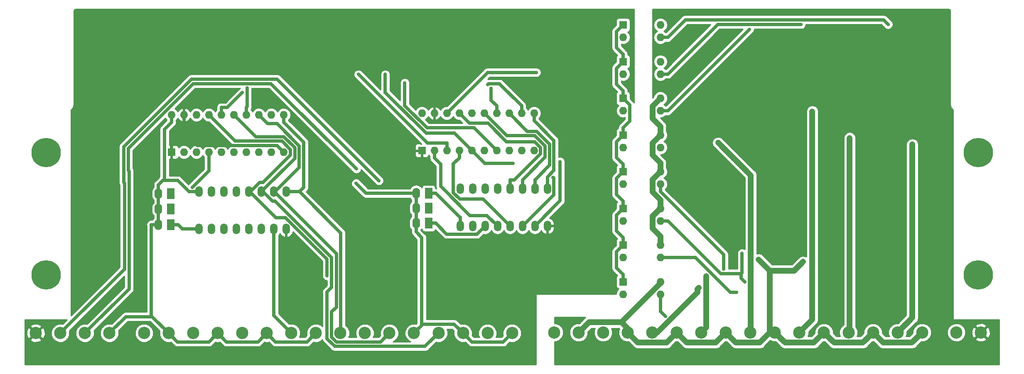
<source format=gbr>
G04 #@! TF.GenerationSoftware,KiCad,Pcbnew,(5.0.1)-3*
G04 #@! TF.CreationDate,2019-04-12T13:23:05-05:00*
G04 #@! TF.ProjectId,Vending_driveV2,56656E64696E675F647269766556322E,V1.0*
G04 #@! TF.SameCoordinates,Original*
G04 #@! TF.FileFunction,Copper,L2,Bot,Signal*
G04 #@! TF.FilePolarity,Positive*
%FSLAX46Y46*%
G04 Gerber Fmt 4.6, Leading zero omitted, Abs format (unit mm)*
G04 Created by KiCad (PCBNEW (5.0.1)-3) date 12/04/2019 13:23:05*
%MOMM*%
%LPD*%
G01*
G04 APERTURE LIST*
G04 #@! TA.AperFunction,ComponentPad*
%ADD10R,1.600000X1.600000*%
G04 #@! TD*
G04 #@! TA.AperFunction,ComponentPad*
%ADD11O,1.600000X1.600000*%
G04 #@! TD*
G04 #@! TA.AperFunction,ComponentPad*
%ADD12C,2.500000*%
G04 #@! TD*
G04 #@! TA.AperFunction,ComponentPad*
%ADD13R,1.524000X2.199640*%
G04 #@! TD*
G04 #@! TA.AperFunction,ComponentPad*
%ADD14O,1.524000X2.199640*%
G04 #@! TD*
G04 #@! TA.AperFunction,ComponentPad*
%ADD15O,1.501140X2.199640*%
G04 #@! TD*
G04 #@! TA.AperFunction,ComponentPad*
%ADD16C,6.000000*%
G04 #@! TD*
G04 #@! TA.AperFunction,ViaPad*
%ADD17C,0.800000*%
G04 #@! TD*
G04 #@! TA.AperFunction,ViaPad*
%ADD18C,0.500000*%
G04 #@! TD*
G04 #@! TA.AperFunction,Conductor*
%ADD19C,1.200000*%
G04 #@! TD*
G04 #@! TA.AperFunction,Conductor*
%ADD20C,0.700000*%
G04 #@! TD*
G04 #@! TA.AperFunction,Conductor*
%ADD21C,0.254000*%
G04 #@! TD*
G04 APERTURE END LIST*
D10*
G04 #@! TO.P,U4,1*
G04 #@! TO.N,+5Vcc*
X155623000Y-85407000D03*
D11*
G04 #@! TO.P,U4,3*
G04 #@! TO.N,Net-(Q4-Pad1)*
X163243000Y-87947000D03*
G04 #@! TO.P,U4,2*
G04 #@! TO.N,Net-(R4-Pad1)*
X155623000Y-87947000D03*
G04 #@! TO.P,U4,4*
G04 #@! TO.N,+24V*
X163243000Y-85407000D03*
G04 #@! TD*
D10*
G04 #@! TO.P,U2,1*
G04 #@! TO.N,+5Vcc*
X155623000Y-70421000D03*
D11*
G04 #@! TO.P,U2,3*
G04 #@! TO.N,Net-(Q2-Pad1)*
X163243000Y-72961000D03*
G04 #@! TO.P,U2,2*
G04 #@! TO.N,Net-(R2-Pad1)*
X155623000Y-72961000D03*
G04 #@! TO.P,U2,4*
G04 #@! TO.N,+24V*
X163243000Y-70421000D03*
G04 #@! TD*
D10*
G04 #@! TO.P,U3,1*
G04 #@! TO.N,+5Vcc*
X155623000Y-77914000D03*
D11*
G04 #@! TO.P,U3,3*
G04 #@! TO.N,Net-(Q3-Pad1)*
X163243000Y-80454000D03*
G04 #@! TO.P,U3,2*
G04 #@! TO.N,Net-(R3-Pad1)*
X155623000Y-80454000D03*
G04 #@! TO.P,U3,4*
G04 #@! TO.N,+24V*
X163243000Y-77914000D03*
G04 #@! TD*
D10*
G04 #@! TO.P,U1,1*
G04 #@! TO.N,+5Vcc*
X155623000Y-62928000D03*
D11*
G04 #@! TO.P,U1,3*
G04 #@! TO.N,Net-(Q1-Pad1)*
X163243000Y-65468000D03*
G04 #@! TO.P,U1,2*
G04 #@! TO.N,Net-(R1-Pad1)*
X155623000Y-65468000D03*
G04 #@! TO.P,U1,4*
G04 #@! TO.N,+24V*
X163243000Y-62928000D03*
G04 #@! TD*
D10*
G04 #@! TO.P,U8,1*
G04 #@! TO.N,+5Vcc*
X155623000Y-115379000D03*
D11*
G04 #@! TO.P,U8,3*
G04 #@! TO.N,Net-(Q8-Pad1)*
X163243000Y-117919000D03*
G04 #@! TO.P,U8,2*
G04 #@! TO.N,Net-(R12-Pad1)*
X155623000Y-117919000D03*
G04 #@! TO.P,U8,4*
G04 #@! TO.N,+24V*
X163243000Y-115379000D03*
G04 #@! TD*
D10*
G04 #@! TO.P,U12,1*
G04 #@! TO.N,GND*
X114617000Y-88582000D03*
D11*
G04 #@! TO.P,U12,11*
G04 #@! TO.N,SIGNAL_05*
X137477000Y-80962000D03*
G04 #@! TO.P,U12,2*
G04 #@! TO.N,SIGNAL_01*
X117157000Y-88582000D03*
G04 #@! TO.P,U12,12*
G04 #@! TO.N,Q4*
X134937000Y-80962000D03*
G04 #@! TO.P,U12,3*
G04 #@! TO.N,Q8*
X119697000Y-88582000D03*
G04 #@! TO.P,U12,13*
G04 #@! TO.N,SIGNAL_06*
X132397000Y-80962000D03*
G04 #@! TO.P,U12,4*
G04 #@! TO.N,SIGNAL_02*
X122237000Y-88582000D03*
G04 #@! TO.P,U12,14*
G04 #@! TO.N,Q3*
X129857000Y-80962000D03*
G04 #@! TO.P,U12,5*
G04 #@! TO.N,Q7*
X124777000Y-88582000D03*
G04 #@! TO.P,U12,15*
G04 #@! TO.N,SIGNAL_07*
X127317000Y-80962000D03*
G04 #@! TO.P,U12,6*
G04 #@! TO.N,SIGNAL_03*
X127317000Y-88582000D03*
G04 #@! TO.P,U12,16*
G04 #@! TO.N,Q2*
X124777000Y-80962000D03*
G04 #@! TO.P,U12,7*
G04 #@! TO.N,Q6*
X129857000Y-88582000D03*
G04 #@! TO.P,U12,17*
G04 #@! TO.N,SIGNAL_08*
X122237000Y-80962000D03*
G04 #@! TO.P,U12,8*
G04 #@! TO.N,SIGNAL_04*
X132397000Y-88582000D03*
G04 #@! TO.P,U12,18*
G04 #@! TO.N,Q1*
X119697000Y-80962000D03*
G04 #@! TO.P,U12,9*
G04 #@! TO.N,Q5*
X134937000Y-88582000D03*
G04 #@! TO.P,U12,19*
G04 #@! TO.N,GND*
X117157000Y-80962000D03*
G04 #@! TO.P,U12,10*
X137477000Y-88582000D03*
G04 #@! TO.P,U12,20*
G04 #@! TO.N,+5Vcc*
X114617000Y-80962000D03*
G04 #@! TD*
D12*
G04 #@! TO.P,J1,4*
G04 #@! TO.N,+5Vcc*
X50934000Y-125857000D03*
G04 #@! TO.P,J1,3*
G04 #@! TO.N,SCL*
X45934000Y-125857000D03*
G04 #@! TO.P,J1,1*
G04 #@! TO.N,GND*
X35934000Y-125857000D03*
G04 #@! TO.P,J1,2*
G04 #@! TO.N,SDA*
X40934000Y-125857000D03*
G04 #@! TD*
D13*
G04 #@! TO.P,J2,1*
G04 #@! TO.N,Net-(J2-Pad1)*
X63474500Y-103728000D03*
D14*
G04 #@! TO.P,J2,2*
G04 #@! TO.N,+5Vcc*
X60934500Y-103728000D03*
G04 #@! TD*
D13*
G04 #@! TO.P,J5,1*
G04 #@! TO.N,Net-(J5-Pad1)*
X115996000Y-97314000D03*
D14*
G04 #@! TO.P,J5,2*
G04 #@! TO.N,+5Vcc*
X113456000Y-97314000D03*
G04 #@! TD*
D13*
G04 #@! TO.P,J6,1*
G04 #@! TO.N,Net-(J6-Pad1)*
X115996000Y-100362000D03*
D14*
G04 #@! TO.P,J6,2*
G04 #@! TO.N,+5Vcc*
X113456000Y-100362000D03*
G04 #@! TD*
D13*
G04 #@! TO.P,J7,1*
G04 #@! TO.N,Net-(J7-Pad1)*
X115996000Y-103410000D03*
D14*
G04 #@! TO.P,J7,2*
G04 #@! TO.N,+5Vcc*
X113456000Y-103410000D03*
G04 #@! TD*
D12*
G04 #@! TO.P,J10,1*
G04 #@! TO.N,+24V*
X223560000Y-125730000D03*
G04 #@! TO.P,J10,2*
G04 #@! TO.N,GNDPWR*
X228560000Y-125730000D03*
G04 #@! TD*
D10*
G04 #@! TO.P,U5,1*
G04 #@! TO.N,+5Vcc*
X155623000Y-92900000D03*
D11*
G04 #@! TO.P,U5,3*
G04 #@! TO.N,Net-(Q5-Pad1)*
X163243000Y-95440000D03*
G04 #@! TO.P,U5,2*
G04 #@! TO.N,Net-(R9-Pad1)*
X155623000Y-95440000D03*
G04 #@! TO.P,U5,4*
G04 #@! TO.N,+24V*
X163243000Y-92900000D03*
G04 #@! TD*
D10*
G04 #@! TO.P,U6,1*
G04 #@! TO.N,+5Vcc*
X155623000Y-100393000D03*
D11*
G04 #@! TO.P,U6,3*
G04 #@! TO.N,Net-(Q6-Pad1)*
X163243000Y-102933000D03*
G04 #@! TO.P,U6,2*
G04 #@! TO.N,Net-(R10-Pad1)*
X155623000Y-102933000D03*
G04 #@! TO.P,U6,4*
G04 #@! TO.N,+24V*
X163243000Y-100393000D03*
G04 #@! TD*
D10*
G04 #@! TO.P,U7,1*
G04 #@! TO.N,+5Vcc*
X155623000Y-107886000D03*
D11*
G04 #@! TO.P,U7,3*
G04 #@! TO.N,Net-(Q7-Pad1)*
X163243000Y-110426000D03*
G04 #@! TO.P,U7,2*
G04 #@! TO.N,Net-(R11-Pad1)*
X155623000Y-110426000D03*
G04 #@! TO.P,U7,4*
G04 #@! TO.N,+24V*
X163243000Y-107886000D03*
G04 #@! TD*
D15*
G04 #@! TO.P,U9,1*
G04 #@! TO.N,Net-(J2-Pad1)*
X69189500Y-104616000D03*
G04 #@! TO.P,U9,2*
G04 #@! TO.N,Net-(J3-Pad1)*
X71729500Y-104616000D03*
G04 #@! TO.P,U9,3*
G04 #@! TO.N,Net-(J4-Pad1)*
X74269500Y-104616000D03*
G04 #@! TO.P,U9,4*
G04 #@! TO.N,IN01*
X76809500Y-104616000D03*
G04 #@! TO.P,U9,5*
G04 #@! TO.N,IN02*
X79349500Y-104616000D03*
G04 #@! TO.P,U9,6*
G04 #@! TO.N,IN03*
X81889500Y-104616000D03*
G04 #@! TO.P,U9,7*
G04 #@! TO.N,IN04*
X84429500Y-104616000D03*
G04 #@! TO.P,U9,8*
G04 #@! TO.N,GND*
X86969500Y-104616000D03*
G04 #@! TO.P,U9,9*
G04 #@! TO.N,IN05*
X86969500Y-96996000D03*
G04 #@! TO.P,U9,10*
G04 #@! TO.N,IN06*
X84429500Y-96996000D03*
G04 #@! TO.P,U9,11*
G04 #@! TO.N,IN07*
X81889500Y-96996000D03*
G04 #@! TO.P,U9,12*
G04 #@! TO.N,IN08*
X79349500Y-96996000D03*
G04 #@! TO.P,U9,13*
G04 #@! TO.N,N/C*
X76809500Y-96996000D03*
G04 #@! TO.P,U9,14*
G04 #@! TO.N,SCL*
X74269500Y-96996000D03*
G04 #@! TO.P,U9,15*
G04 #@! TO.N,SDA*
X71729500Y-96996000D03*
G04 #@! TO.P,U9,16*
G04 #@! TO.N,+5Vcc*
X69189500Y-96996000D03*
G04 #@! TD*
G04 #@! TO.P,U10,1*
G04 #@! TO.N,Net-(J5-Pad1)*
X122410000Y-103982000D03*
G04 #@! TO.P,U10,2*
G04 #@! TO.N,Net-(J6-Pad1)*
X124950000Y-103982000D03*
G04 #@! TO.P,U10,3*
G04 #@! TO.N,Net-(J7-Pad1)*
X127490000Y-103982000D03*
G04 #@! TO.P,U10,4*
G04 #@! TO.N,SIGNAL_01*
X130030000Y-103982000D03*
G04 #@! TO.P,U10,5*
G04 #@! TO.N,SIGNAL_02*
X132570000Y-103982000D03*
G04 #@! TO.P,U10,6*
G04 #@! TO.N,SIGNAL_03*
X135110000Y-103982000D03*
G04 #@! TO.P,U10,7*
G04 #@! TO.N,SIGNAL_04*
X137650000Y-103982000D03*
G04 #@! TO.P,U10,8*
G04 #@! TO.N,GND*
X140190000Y-103982000D03*
G04 #@! TO.P,U10,9*
G04 #@! TO.N,SIGNAL_05*
X140190000Y-96362000D03*
G04 #@! TO.P,U10,10*
G04 #@! TO.N,SIGNAL_06*
X137650000Y-96362000D03*
G04 #@! TO.P,U10,11*
G04 #@! TO.N,SIGNAL_07*
X135110000Y-96362000D03*
G04 #@! TO.P,U10,12*
G04 #@! TO.N,SIGNAL_08*
X132570000Y-96362000D03*
G04 #@! TO.P,U10,13*
G04 #@! TO.N,N/C*
X130030000Y-96362000D03*
G04 #@! TO.P,U10,14*
G04 #@! TO.N,SCL*
X127490000Y-96362000D03*
G04 #@! TO.P,U10,15*
G04 #@! TO.N,SDA*
X124950000Y-96362000D03*
G04 #@! TO.P,U10,16*
G04 #@! TO.N,+5Vcc*
X122410000Y-96362000D03*
G04 #@! TD*
D10*
G04 #@! TO.P,U11,1*
G04 #@! TO.N,GND*
X63588000Y-88916000D03*
D11*
G04 #@! TO.P,U11,11*
G04 #@! TO.N,IN05*
X86448000Y-81296000D03*
G04 #@! TO.P,U11,2*
G04 #@! TO.N,IN01*
X66128000Y-88916000D03*
G04 #@! TO.P,U11,12*
G04 #@! TO.N,S4*
X83908000Y-81296000D03*
G04 #@! TO.P,U11,3*
G04 #@! TO.N,S8*
X68668000Y-88916000D03*
G04 #@! TO.P,U11,13*
G04 #@! TO.N,IN06*
X81368000Y-81296000D03*
G04 #@! TO.P,U11,4*
G04 #@! TO.N,IN02*
X71208000Y-88916000D03*
G04 #@! TO.P,U11,14*
G04 #@! TO.N,S3*
X78828000Y-81296000D03*
G04 #@! TO.P,U11,5*
G04 #@! TO.N,S7*
X73748000Y-88916000D03*
G04 #@! TO.P,U11,15*
G04 #@! TO.N,IN07*
X76288000Y-81296000D03*
G04 #@! TO.P,U11,6*
G04 #@! TO.N,IN03*
X76288000Y-88916000D03*
G04 #@! TO.P,U11,16*
G04 #@! TO.N,S2*
X73748000Y-81296000D03*
G04 #@! TO.P,U11,7*
G04 #@! TO.N,S6*
X78828000Y-88916000D03*
G04 #@! TO.P,U11,17*
G04 #@! TO.N,IN08*
X71208000Y-81296000D03*
G04 #@! TO.P,U11,8*
G04 #@! TO.N,IN04*
X81368000Y-88916000D03*
G04 #@! TO.P,U11,18*
G04 #@! TO.N,S1*
X68668000Y-81296000D03*
G04 #@! TO.P,U11,9*
G04 #@! TO.N,S5*
X83908000Y-88916000D03*
G04 #@! TO.P,U11,19*
G04 #@! TO.N,GND*
X66128000Y-81296000D03*
G04 #@! TO.P,U11,10*
X86448000Y-88916000D03*
G04 #@! TO.P,U11,20*
G04 #@! TO.N,+5Vcc*
X63588000Y-81296000D03*
G04 #@! TD*
D13*
G04 #@! TO.P,J3,1*
G04 #@! TO.N,Net-(J3-Pad1)*
X63474500Y-100552000D03*
D14*
G04 #@! TO.P,J3,2*
G04 #@! TO.N,+5Vcc*
X60934500Y-100552000D03*
G04 #@! TD*
D13*
G04 #@! TO.P,J4,1*
G04 #@! TO.N,Net-(J4-Pad1)*
X63474500Y-97378000D03*
D14*
G04 #@! TO.P,J4,2*
G04 #@! TO.N,+5Vcc*
X60934500Y-97378000D03*
G04 #@! TD*
D12*
G04 #@! TO.P,J8,16*
G04 #@! TO.N,+24V*
X216570000Y-125730000D03*
G04 #@! TO.P,J8,15*
G04 #@! TO.N,MOTOR_01-*
X211570000Y-125730000D03*
G04 #@! TO.P,J8,14*
G04 #@! TO.N,+24V*
X206570000Y-125730000D03*
G04 #@! TO.P,J8,13*
G04 #@! TO.N,MOTOR_02-*
X201570000Y-125730000D03*
G04 #@! TO.P,J8,12*
G04 #@! TO.N,+24V*
X196570000Y-125730000D03*
G04 #@! TO.P,J8,11*
G04 #@! TO.N,MOTOR_03-*
X191570000Y-125730000D03*
G04 #@! TO.P,J8,10*
G04 #@! TO.N,+24V*
X186570000Y-125730000D03*
G04 #@! TO.P,J8,9*
G04 #@! TO.N,MOTOR_04-*
X181570000Y-125730000D03*
G04 #@! TO.P,J8,8*
G04 #@! TO.N,+24V*
X176570000Y-125730000D03*
G04 #@! TO.P,J8,7*
G04 #@! TO.N,MOTOR_05-*
X171570000Y-125730000D03*
G04 #@! TO.P,J8,6*
G04 #@! TO.N,+24V*
X166570000Y-125730000D03*
G04 #@! TO.P,J8,5*
G04 #@! TO.N,MOTOR_06-*
X161570000Y-125730000D03*
G04 #@! TO.P,J8,4*
G04 #@! TO.N,+24V*
X156570000Y-125730000D03*
G04 #@! TO.P,J8,3*
G04 #@! TO.N,MOTOR_07-*
X151570000Y-125730000D03*
G04 #@! TO.P,J8,1*
G04 #@! TO.N,MOTOR_08-*
X141570000Y-125730000D03*
G04 #@! TO.P,J8,2*
G04 #@! TO.N,+24V*
X146570000Y-125730000D03*
G04 #@! TD*
G04 #@! TO.P,J9,16*
G04 #@! TO.N,+5Vcc*
X133004000Y-125857000D03*
G04 #@! TO.P,J9,15*
G04 #@! TO.N,IN08*
X128004000Y-125857000D03*
G04 #@! TO.P,J9,14*
G04 #@! TO.N,+5Vcc*
X123004000Y-125857000D03*
G04 #@! TO.P,J9,13*
G04 #@! TO.N,IN07*
X118004000Y-125857000D03*
G04 #@! TO.P,J9,12*
G04 #@! TO.N,+5Vcc*
X113004000Y-125857000D03*
G04 #@! TO.P,J9,11*
G04 #@! TO.N,IN06*
X108004000Y-125857000D03*
G04 #@! TO.P,J9,10*
G04 #@! TO.N,+5Vcc*
X103004000Y-125857000D03*
G04 #@! TO.P,J9,9*
G04 #@! TO.N,IN05*
X98004000Y-125857000D03*
G04 #@! TO.P,J9,8*
G04 #@! TO.N,+5Vcc*
X93004000Y-125857000D03*
G04 #@! TO.P,J9,7*
G04 #@! TO.N,IN04*
X88004000Y-125857000D03*
G04 #@! TO.P,J9,6*
G04 #@! TO.N,+5Vcc*
X83004000Y-125857000D03*
G04 #@! TO.P,J9,5*
G04 #@! TO.N,IN03*
X78004000Y-125857000D03*
G04 #@! TO.P,J9,4*
G04 #@! TO.N,+5Vcc*
X73004000Y-125857000D03*
G04 #@! TO.P,J9,3*
G04 #@! TO.N,IN02*
X68004000Y-125857000D03*
G04 #@! TO.P,J9,1*
G04 #@! TO.N,IN01*
X58004000Y-125857000D03*
G04 #@! TO.P,J9,2*
G04 #@! TO.N,+5Vcc*
X63004000Y-125857000D03*
G04 #@! TD*
D16*
G04 #@! TO.P,J11,1*
G04 #@! TO.N,N/C*
X38000000Y-89000000D03*
G04 #@! TD*
G04 #@! TO.P,J12,1*
G04 #@! TO.N,N/C*
X228000000Y-89000000D03*
G04 #@! TD*
G04 #@! TO.P,J13,1*
G04 #@! TO.N,N/C*
X38000000Y-114000000D03*
G04 #@! TD*
G04 #@! TO.P,J14,1*
G04 #@! TO.N,N/C*
X228000000Y-114000000D03*
G04 #@! TD*
D17*
G04 #@! TO.N,MOTOR_01-*
X214570000Y-87342100D03*
G04 #@! TO.N,MOTOR_03-*
X194197000Y-80606000D03*
G04 #@! TO.N,MOTOR_02-*
X201817000Y-86039200D03*
G04 #@! TO.N,MOTOR_04-*
X175022800Y-87003100D03*
G04 #@! TO.N,MOTOR_05-*
X172551100Y-114267700D03*
D18*
G04 #@! TO.N,SIGNAL_03*
X141366300Y-94073200D03*
G04 #@! TO.N,SIGNAL_04*
X142799100Y-90864900D03*
G04 #@! TO.N,Net-(Q1-Pad1)*
X209626600Y-62810700D03*
G04 #@! TO.N,Net-(Q2-Pad1)*
X191890400Y-62801700D03*
G04 #@! TO.N,Net-(Q3-Pad1)*
X181370000Y-63827000D03*
G04 #@! TO.N,Net-(Q5-Pad1)*
X176163000Y-112757500D03*
G04 #@! TO.N,Q1*
X137927500Y-72634900D03*
G04 #@! TO.N,Q3*
X128687700Y-75874000D03*
G04 #@! TO.N,Q4*
X128048800Y-75092900D03*
D17*
G04 #@! TO.N,MOTOR_06-*
X171064900Y-116614700D03*
D18*
G04 #@! TO.N,Q6*
X111144500Y-74740000D03*
G04 #@! TO.N,Q7*
X107166000Y-73040000D03*
X133187500Y-91209900D03*
G04 #@! TO.N,Q8*
X101678300Y-73040000D03*
G04 #@! TO.N,S2*
X78018100Y-76756800D03*
G04 #@! TO.N,S3*
X78995600Y-75821600D03*
G04 #@! TO.N,+5Vcc*
X101218000Y-95282000D03*
X62162100Y-90128800D03*
G04 #@! TO.N,SCL*
X101261400Y-92340300D03*
X54762700Y-92608600D03*
G04 #@! TO.N,SDA*
X54030000Y-95282000D03*
X105858100Y-94719300D03*
G04 #@! TO.N,IN08*
X95300800Y-114147400D03*
G04 #@! TO.N,IN02*
X67872200Y-96095700D03*
G04 #@! TO.N,Net-(Q6-Pad1)*
X179888600Y-109602700D03*
X180479800Y-115389100D03*
G04 #@! TO.N,Net-(Q7-Pad1)*
X178792900Y-117537700D03*
G04 #@! TO.N,Net-(Q8-Pad1)*
X164244800Y-122444500D03*
D17*
G04 #@! TO.N,+24V*
X192324700Y-111307700D03*
X183253400Y-110808300D03*
G04 #@! TD*
D19*
G04 #@! TO.N,MOTOR_01-*
X211570000Y-125730000D02*
X214570000Y-122730000D01*
X214570000Y-122730000D02*
X214570000Y-87342100D01*
G04 #@! TO.N,MOTOR_03-*
X191570000Y-125730000D02*
X194197000Y-123103000D01*
X194197000Y-123103000D02*
X194197000Y-80606000D01*
G04 #@! TO.N,MOTOR_02-*
X201570000Y-125730000D02*
X201817000Y-125483000D01*
X201817000Y-125483000D02*
X201817000Y-86039200D01*
G04 #@! TO.N,MOTOR_04-*
X181570000Y-125730000D02*
X181646800Y-125653200D01*
X181646800Y-125653200D02*
X181646800Y-93627100D01*
X181646800Y-93627100D02*
X175022800Y-87003100D01*
G04 #@! TO.N,MOTOR_05-*
X171570000Y-125730000D02*
X172551100Y-124748900D01*
X172551100Y-124748900D02*
X172551100Y-114267700D01*
D20*
G04 #@! TO.N,SIGNAL_03*
X135110000Y-103982000D02*
X141491000Y-97601000D01*
X141491000Y-97601000D02*
X141491000Y-94197900D01*
X141491000Y-94197900D02*
X141366300Y-94073200D01*
G04 #@! TO.N,SIGNAL_01*
X117157000Y-88582000D02*
X117157000Y-90082000D01*
X117157000Y-90082000D02*
X118433100Y-91358100D01*
X118433100Y-91358100D02*
X118433100Y-95865500D01*
X118433100Y-95865500D02*
X124402300Y-101834700D01*
X124402300Y-101834700D02*
X127882700Y-101834700D01*
X127882700Y-101834700D02*
X130030000Y-103982000D01*
G04 #@! TO.N,SIGNAL_02*
X122237000Y-88582000D02*
X122237000Y-90082000D01*
X132570000Y-103982000D02*
X127069900Y-98481900D01*
X127069900Y-98481900D02*
X122338700Y-98481900D01*
X122338700Y-98481900D02*
X121047500Y-97190700D01*
X121047500Y-97190700D02*
X121047500Y-91271500D01*
X121047500Y-91271500D02*
X122237000Y-90082000D01*
G04 #@! TO.N,SIGNAL_04*
X137650000Y-103982000D02*
X142799100Y-98832900D01*
X142799100Y-98832900D02*
X142799100Y-90864900D01*
G04 #@! TO.N,SIGNAL_05*
X137477000Y-82462000D02*
X141531700Y-86516700D01*
X141531700Y-86516700D02*
X141531700Y-92634500D01*
X141531700Y-92634500D02*
X140190000Y-93976200D01*
X140190000Y-93976200D02*
X140190000Y-94562100D01*
X137477000Y-80962000D02*
X137477000Y-82462000D01*
X140190000Y-96362000D02*
X140190000Y-94562100D01*
G04 #@! TO.N,GND*
X66128000Y-84876000D02*
X66128000Y-81296000D01*
X63588000Y-87416000D02*
X66128000Y-84876000D01*
X66128000Y-84876000D02*
X68817700Y-87565700D01*
X68817700Y-87565700D02*
X85097700Y-87565700D01*
X85097700Y-87565700D02*
X86448000Y-88916000D01*
X63588000Y-88916000D02*
X63588000Y-87416000D01*
G04 #@! TO.N,Net-(Q1-Pad1)*
X209626600Y-62810700D02*
X208703900Y-61888000D01*
X208703900Y-61888000D02*
X168323000Y-61888000D01*
X168323000Y-61888000D02*
X164743000Y-65468000D01*
X163243000Y-65468000D02*
X164743000Y-65468000D01*
G04 #@! TO.N,Net-(Q2-Pad1)*
X164743000Y-72961000D02*
X174902300Y-62801700D01*
X174902300Y-62801700D02*
X191890400Y-62801700D01*
X163243000Y-72961000D02*
X164743000Y-72961000D01*
G04 #@! TO.N,Net-(Q3-Pad1)*
X164743000Y-80454000D02*
X181370000Y-63827000D01*
X163243000Y-80454000D02*
X164743000Y-80454000D01*
G04 #@! TO.N,Net-(Q5-Pad1)*
X163243000Y-95440000D02*
X163243000Y-96940000D01*
X163243000Y-96940000D02*
X176163000Y-109860000D01*
X176163000Y-109860000D02*
X176163000Y-112757500D01*
G04 #@! TO.N,Q1*
X119697000Y-80962000D02*
X128024100Y-72634900D01*
X128024100Y-72634900D02*
X137927500Y-72634900D01*
G04 #@! TO.N,Q3*
X129857000Y-80962000D02*
X129857000Y-79462000D01*
X129857000Y-79462000D02*
X128687700Y-78292700D01*
X128687700Y-78292700D02*
X128687700Y-75874000D01*
G04 #@! TO.N,Q4*
X134937000Y-80962000D02*
X134937000Y-79462000D01*
X134937000Y-79462000D02*
X130448700Y-74973700D01*
X130448700Y-74973700D02*
X128168000Y-74973700D01*
X128168000Y-74973700D02*
X128048800Y-75092900D01*
D19*
G04 #@! TO.N,MOTOR_06-*
X161570000Y-125730000D02*
X162586100Y-125730000D01*
X162586100Y-125730000D02*
X170819300Y-117496800D01*
X170819300Y-117496800D02*
X170819300Y-116860200D01*
X170819300Y-116860200D02*
X170819400Y-116860200D01*
X170819400Y-116860200D02*
X171064900Y-116614700D01*
D20*
G04 #@! TO.N,Q6*
X129857000Y-88582000D02*
X125213900Y-83938900D01*
X125213900Y-83938900D02*
X115656300Y-83938900D01*
X115656300Y-83938900D02*
X111144500Y-79427100D01*
X111144500Y-79427100D02*
X111144500Y-74740000D01*
G04 #@! TO.N,Q7*
X107166000Y-73040000D02*
X107166000Y-76721900D01*
X107166000Y-76721900D02*
X115497100Y-85053000D01*
X115497100Y-85053000D02*
X121248000Y-85053000D01*
X121248000Y-85053000D02*
X124777000Y-88582000D01*
X124777000Y-88582000D02*
X127404900Y-91209900D01*
X127404900Y-91209900D02*
X133187500Y-91209900D01*
G04 #@! TO.N,Q8*
X119697000Y-87082000D02*
X115720300Y-87082000D01*
X115720300Y-87082000D02*
X101678300Y-73040000D01*
X119697000Y-88582000D02*
X119697000Y-87082000D01*
G04 #@! TO.N,S2*
X73748000Y-81296000D02*
X73748000Y-79796000D01*
X73748000Y-79796000D02*
X74978900Y-79796000D01*
X74978900Y-79796000D02*
X78018100Y-76756800D01*
G04 #@! TO.N,S3*
X78828000Y-79796000D02*
X78995600Y-79628400D01*
X78995600Y-79628400D02*
X78995600Y-75821600D01*
X78828000Y-81296000D02*
X78828000Y-79796000D01*
G04 #@! TO.N,+5Vcc*
X113456000Y-97314000D02*
X103250000Y-97314000D01*
X103250000Y-97314000D02*
X101218000Y-95282000D01*
X113456000Y-100362000D02*
X113456000Y-97314000D01*
X114579300Y-124056600D02*
X114579300Y-106333200D01*
X114579300Y-106333200D02*
X113456000Y-105209900D01*
X113004000Y-125857000D02*
X114579300Y-124281700D01*
X114579300Y-124281700D02*
X114579300Y-124056600D01*
X114579300Y-124056600D02*
X121203600Y-124056600D01*
X121203600Y-124056600D02*
X123004000Y-125857000D01*
X113456000Y-103410000D02*
X113456000Y-105209900D01*
X113456000Y-103410000D02*
X113456000Y-100362000D01*
X155623000Y-107886000D02*
X155623000Y-106386000D01*
X155623000Y-106386000D02*
X154270200Y-105033200D01*
X154270200Y-105033200D02*
X154270200Y-101745800D01*
X154270200Y-101745800D02*
X155623000Y-100393000D01*
X155623000Y-113879000D02*
X154271200Y-112527200D01*
X154271200Y-112527200D02*
X154271200Y-109237800D01*
X154271200Y-109237800D02*
X155623000Y-107886000D01*
X155623000Y-115379000D02*
X155623000Y-113879000D01*
X62162100Y-90128800D02*
X62162100Y-84221900D01*
X62162100Y-84221900D02*
X63588000Y-82796000D01*
X62162100Y-94701400D02*
X62162100Y-90128800D01*
X155623000Y-92900000D02*
X155623000Y-91400000D01*
X155623000Y-91400000D02*
X154266000Y-90043000D01*
X154266000Y-90043000D02*
X154266000Y-86764000D01*
X154266000Y-86764000D02*
X155623000Y-85407000D01*
X155623000Y-98893000D02*
X154272600Y-97542600D01*
X154272600Y-97542600D02*
X154272600Y-94250400D01*
X154272600Y-94250400D02*
X155623000Y-92900000D01*
X63588000Y-81296000D02*
X63588000Y-82796000D01*
X62162100Y-94701400D02*
X61811200Y-94701400D01*
X61811200Y-94701400D02*
X60934500Y-95578100D01*
X67738900Y-96996000D02*
X67176700Y-96996000D01*
X67176700Y-96996000D02*
X64882100Y-94701400D01*
X64882100Y-94701400D02*
X62162100Y-94701400D01*
X59472500Y-122500000D02*
X54291000Y-122500000D01*
X54291000Y-122500000D02*
X50934000Y-125857000D01*
X63004000Y-125857000D02*
X59647000Y-122500000D01*
X59647000Y-122500000D02*
X59472500Y-122500000D01*
X59472500Y-103728000D02*
X59472500Y-122500000D01*
X60934500Y-103728000D02*
X59472500Y-103728000D01*
X60934500Y-100552000D02*
X60934500Y-103728000D01*
X73004000Y-125857000D02*
X71203600Y-127657400D01*
X71203600Y-127657400D02*
X64804400Y-127657400D01*
X64804400Y-127657400D02*
X63004000Y-125857000D01*
X60934500Y-97378000D02*
X60934500Y-95578100D01*
X69189500Y-96996000D02*
X67738900Y-96996000D01*
X60934500Y-100552000D02*
X60934500Y-97378000D01*
X83004000Y-125857000D02*
X84809200Y-127662200D01*
X84809200Y-127662200D02*
X91198800Y-127662200D01*
X91198800Y-127662200D02*
X93004000Y-125857000D01*
X73004000Y-125857000D02*
X74804400Y-127657400D01*
X74804400Y-127657400D02*
X81203600Y-127657400D01*
X81203600Y-127657400D02*
X83004000Y-125857000D01*
X155623000Y-70421000D02*
X155623000Y-68921000D01*
X155623000Y-62928000D02*
X154272600Y-64278400D01*
X154272600Y-64278400D02*
X154272600Y-67570600D01*
X154272600Y-67570600D02*
X155623000Y-68921000D01*
X155623000Y-77914000D02*
X155623000Y-76414000D01*
X155623000Y-76414000D02*
X154272000Y-75063000D01*
X154272000Y-75063000D02*
X154272000Y-71772000D01*
X154272000Y-71772000D02*
X155623000Y-70421000D01*
X155623000Y-83907000D02*
X156973400Y-82556600D01*
X156973400Y-82556600D02*
X156973400Y-79264400D01*
X156973400Y-79264400D02*
X155623000Y-77914000D01*
X123004000Y-125857000D02*
X124809900Y-127662900D01*
X124809900Y-127662900D02*
X131198100Y-127662900D01*
X131198100Y-127662900D02*
X133004000Y-125857000D01*
X155623000Y-85407000D02*
X155623000Y-83907000D01*
X155623000Y-100393000D02*
X155623000Y-98893000D01*
G04 #@! TO.N,SCL*
X101261400Y-92340300D02*
X83826000Y-74904900D01*
X83826000Y-74904900D02*
X68006600Y-74904900D01*
X68006600Y-74904900D02*
X54762700Y-88148800D01*
X54762700Y-88148800D02*
X54762700Y-92608600D01*
X54762700Y-92608600D02*
X54930400Y-92776300D01*
X54930400Y-92776300D02*
X54930400Y-116860600D01*
X54930400Y-116860600D02*
X45934000Y-125857000D01*
G04 #@! TO.N,SDA*
X105858100Y-94719300D02*
X85111500Y-73972700D01*
X85111500Y-73972700D02*
X67665500Y-73972700D01*
X67665500Y-73972700D02*
X53841400Y-87796800D01*
X53841400Y-87796800D02*
X53841400Y-95093400D01*
X53841400Y-95093400D02*
X54030000Y-95282000D01*
X40934000Y-125857000D02*
X54030000Y-112761000D01*
X54030000Y-112761000D02*
X54030000Y-95282000D01*
G04 #@! TO.N,IN08*
X79638000Y-97040700D02*
X84867500Y-102270200D01*
X84867500Y-102270200D02*
X86812800Y-102270200D01*
X86812800Y-102270200D02*
X95300800Y-110758200D01*
X95300800Y-110758200D02*
X95300800Y-114147400D01*
X79349500Y-96996000D02*
X79593300Y-96996000D01*
X79593300Y-96996000D02*
X79638000Y-97040700D01*
X79638000Y-97040700D02*
X81583100Y-95095600D01*
X81583100Y-95095600D02*
X82240300Y-95095600D01*
X82240300Y-95095600D02*
X87824400Y-89511500D01*
X87824400Y-89511500D02*
X87824400Y-88367500D01*
X87824400Y-88367500D02*
X86122200Y-86665300D01*
X86122200Y-86665300D02*
X76577300Y-86665300D01*
X76577300Y-86665300D02*
X71208000Y-81296000D01*
G04 #@! TO.N,IN07*
X82064900Y-96820600D02*
X84143700Y-98899400D01*
X84143700Y-98899400D02*
X84715300Y-98899400D01*
X84715300Y-98899400D02*
X96217300Y-110401400D01*
X96217300Y-110401400D02*
X96217300Y-116516700D01*
X96217300Y-116516700D02*
X95287200Y-117446800D01*
X95287200Y-117446800D02*
X95287200Y-127008500D01*
X95287200Y-127008500D02*
X96852400Y-128573700D01*
X96852400Y-128573700D02*
X115287300Y-128573700D01*
X115287300Y-128573700D02*
X118004000Y-125857000D01*
X82064900Y-96820600D02*
X81889500Y-96996000D01*
X76288000Y-81296000D02*
X80757000Y-85765000D01*
X80757000Y-85765000D02*
X86495200Y-85765000D01*
X86495200Y-85765000D02*
X88724700Y-87994500D01*
X88724700Y-87994500D02*
X88724700Y-90160800D01*
X88724700Y-90160800D02*
X82064900Y-96820600D01*
G04 #@! TO.N,IN06*
X84605100Y-97070600D02*
X89627700Y-92048000D01*
X89627700Y-92048000D02*
X89627700Y-87606400D01*
X89627700Y-87606400D02*
X85092000Y-83070700D01*
X85092000Y-83070700D02*
X83142700Y-83070700D01*
X83142700Y-83070700D02*
X81368000Y-81296000D01*
X108004000Y-125857000D02*
X106190200Y-127670800D01*
X106190200Y-127670800D02*
X97222800Y-127670800D01*
X97222800Y-127670800D02*
X96187600Y-126635600D01*
X96187600Y-126635600D02*
X96187600Y-121535100D01*
X96187600Y-121535100D02*
X97175900Y-120546800D01*
X97175900Y-120546800D02*
X97175900Y-109641400D01*
X97175900Y-109641400D02*
X84605100Y-97070600D01*
X84605100Y-97070600D02*
X84504100Y-97070600D01*
X84504100Y-97070600D02*
X84429500Y-96996000D01*
G04 #@! TO.N,IN05*
X89667100Y-96996000D02*
X90546300Y-96116800D01*
X90546300Y-96116800D02*
X90546300Y-86894300D01*
X90546300Y-86894300D02*
X86448000Y-82796000D01*
X89667100Y-96996000D02*
X88420100Y-96996000D01*
X98004000Y-125857000D02*
X98076300Y-125784700D01*
X98076300Y-125784700D02*
X98076300Y-105405200D01*
X98076300Y-105405200D02*
X89667100Y-96996000D01*
X86448000Y-81296000D02*
X86448000Y-82796000D01*
X86969500Y-96996000D02*
X88420100Y-96996000D01*
G04 #@! TO.N,IN04*
X88004000Y-125857000D02*
X84429500Y-122282500D01*
X84429500Y-122282500D02*
X84429500Y-104616000D01*
G04 #@! TO.N,IN02*
X71208000Y-88916000D02*
X71208000Y-92759900D01*
X71208000Y-92759900D02*
X67872200Y-96095700D01*
G04 #@! TO.N,Net-(Q6-Pad1)*
X179717400Y-113700600D02*
X179717400Y-114626700D01*
X179717400Y-114626700D02*
X180479800Y-115389100D01*
X164743000Y-102933000D02*
X175510600Y-113700600D01*
X175510600Y-113700600D02*
X179717400Y-113700600D01*
X179888600Y-109602700D02*
X179888600Y-113529400D01*
X179888600Y-113529400D02*
X179717400Y-113700600D01*
X163243000Y-102933000D02*
X164743000Y-102933000D01*
G04 #@! TO.N,Net-(Q7-Pad1)*
X163243000Y-110426000D02*
X170405600Y-110426000D01*
X170405600Y-110426000D02*
X177517300Y-117537700D01*
X177517300Y-117537700D02*
X178792900Y-117537700D01*
G04 #@! TO.N,Net-(Q8-Pad1)*
X164244800Y-122444500D02*
X163243000Y-121442700D01*
X163243000Y-121442700D02*
X163243000Y-117919000D01*
G04 #@! TO.N,SIGNAL_06*
X137650000Y-94562100D02*
X140631400Y-91580700D01*
X140631400Y-91580700D02*
X140631400Y-87275400D01*
X140631400Y-87275400D02*
X138007400Y-84651400D01*
X138007400Y-84651400D02*
X136086400Y-84651400D01*
X136086400Y-84651400D02*
X132397000Y-80962000D01*
X137650000Y-96362000D02*
X137650000Y-94562100D01*
G04 #@! TO.N,SIGNAL_07*
X135110000Y-94562100D02*
X139731100Y-89941000D01*
X139731100Y-89941000D02*
X139731100Y-87648400D01*
X139731100Y-87648400D02*
X137634400Y-85551700D01*
X137634400Y-85551700D02*
X131906700Y-85551700D01*
X131906700Y-85551700D02*
X127317000Y-80962000D01*
X135110000Y-96362000D02*
X135110000Y-94562100D01*
G04 #@! TO.N,SIGNAL_08*
X132570000Y-96362000D02*
X132570000Y-94562100D01*
X132570000Y-94562100D02*
X133493500Y-94562100D01*
X133493500Y-94562100D02*
X138830800Y-89224800D01*
X138830800Y-89224800D02*
X138830800Y-88021400D01*
X138830800Y-88021400D02*
X137579800Y-86770400D01*
X137579800Y-86770400D02*
X131852100Y-86770400D01*
X131852100Y-86770400D02*
X128101700Y-83020000D01*
X128101700Y-83020000D02*
X124295000Y-83020000D01*
X124295000Y-83020000D02*
X122237000Y-80962000D01*
G04 #@! TO.N,Net-(J2-Pad1)*
X63474500Y-103728000D02*
X64936500Y-103728000D01*
X69189500Y-104616000D02*
X65824500Y-104616000D01*
X65824500Y-104616000D02*
X64936500Y-103728000D01*
G04 #@! TO.N,Net-(J5-Pad1)*
X115996000Y-97314000D02*
X117458000Y-97314000D01*
X122410000Y-103982000D02*
X122410000Y-102182100D01*
X122410000Y-102182100D02*
X122326100Y-102182100D01*
X122326100Y-102182100D02*
X117458000Y-97314000D01*
G04 #@! TO.N,Net-(J7-Pad1)*
X115996000Y-103410000D02*
X117458000Y-103410000D01*
X127490000Y-103982000D02*
X125826000Y-105646000D01*
X125826000Y-105646000D02*
X119694000Y-105646000D01*
X119694000Y-105646000D02*
X117458000Y-103410000D01*
D19*
G04 #@! TO.N,+24V*
X156570000Y-125730000D02*
X158620400Y-127780400D01*
X158620400Y-127780400D02*
X164519600Y-127780400D01*
X164519600Y-127780400D02*
X166570000Y-125730000D01*
X155268600Y-123630000D02*
X156570000Y-124931400D01*
X156570000Y-124931400D02*
X156570000Y-125730000D01*
X185544800Y-113099700D02*
X183253400Y-110808300D01*
X185544800Y-125730000D02*
X185544800Y-113099700D01*
X185544800Y-113099700D02*
X190532700Y-113099700D01*
X190532700Y-113099700D02*
X192324700Y-111307700D01*
X163243000Y-107886000D02*
X163243000Y-106136000D01*
X163243000Y-100393000D02*
X163243000Y-98643000D01*
X163243000Y-98643000D02*
X161628500Y-97028500D01*
X161628500Y-97028500D02*
X161628500Y-94514500D01*
X161628500Y-94514500D02*
X163243000Y-92900000D01*
X163243000Y-106136000D02*
X161642600Y-104535600D01*
X161642600Y-104535600D02*
X161642600Y-101993400D01*
X161642600Y-101993400D02*
X163243000Y-100393000D01*
X176570000Y-125730000D02*
X178620400Y-127780400D01*
X178620400Y-127780400D02*
X183494400Y-127780400D01*
X183494400Y-127780400D02*
X185544800Y-125730000D01*
X185544800Y-125730000D02*
X186570000Y-125730000D01*
X196570000Y-125730000D02*
X194519600Y-127780400D01*
X194519600Y-127780400D02*
X188620400Y-127780400D01*
X188620400Y-127780400D02*
X186570000Y-125730000D01*
X196570000Y-125730000D02*
X198620400Y-127780400D01*
X198620400Y-127780400D02*
X204519600Y-127780400D01*
X204519600Y-127780400D02*
X206570000Y-125730000D01*
X155268600Y-123630000D02*
X163243000Y-115655600D01*
X163243000Y-115655600D02*
X163243000Y-115379000D01*
X163243000Y-77914000D02*
X161642700Y-79514300D01*
X161642700Y-79514300D02*
X161642700Y-82056700D01*
X161642700Y-82056700D02*
X163243000Y-83657000D01*
X163243000Y-92900000D02*
X163243000Y-91150000D01*
X163243000Y-91150000D02*
X161631400Y-89538400D01*
X161631400Y-89538400D02*
X161631400Y-87018600D01*
X161631400Y-87018600D02*
X163243000Y-85407000D01*
X146570000Y-125730000D02*
X148670000Y-123630000D01*
X148670000Y-123630000D02*
X155268600Y-123630000D01*
X163243000Y-85407000D02*
X163243000Y-83657000D01*
X216570000Y-125730000D02*
X214519600Y-127780400D01*
X214519600Y-127780400D02*
X208620400Y-127780400D01*
X208620400Y-127780400D02*
X206570000Y-125730000D01*
X176570000Y-125730000D02*
X174519600Y-127780400D01*
X174519600Y-127780400D02*
X168620400Y-127780400D01*
X168620400Y-127780400D02*
X166570000Y-125730000D01*
G04 #@! TD*
D21*
G04 #@! TO.N,GND*
G36*
X157873000Y-78837795D02*
X157738498Y-78636497D01*
X157738496Y-78636495D01*
X157683545Y-78554255D01*
X157601305Y-78499304D01*
X157070440Y-77968439D01*
X157070440Y-77114000D01*
X157021157Y-76866235D01*
X156880809Y-76656191D01*
X156670765Y-76515843D01*
X156609464Y-76503650D01*
X156627297Y-76414000D01*
X156550849Y-76029672D01*
X156388098Y-75786098D01*
X156333145Y-75703855D01*
X156250902Y-75648902D01*
X155257000Y-74655000D01*
X155257000Y-74351311D01*
X155481667Y-74396000D01*
X155764333Y-74396000D01*
X156182909Y-74312740D01*
X156657577Y-73995577D01*
X156974740Y-73520909D01*
X157086113Y-72961000D01*
X156974740Y-72401091D01*
X156657577Y-71926423D01*
X156536894Y-71845785D01*
X156670765Y-71819157D01*
X156880809Y-71678809D01*
X157021157Y-71468765D01*
X157070440Y-71221000D01*
X157070440Y-69621000D01*
X157021157Y-69373235D01*
X156880809Y-69163191D01*
X156670765Y-69022843D01*
X156609464Y-69010650D01*
X156627296Y-68921000D01*
X156608000Y-68823992D01*
X156608000Y-68823988D01*
X156550849Y-68536672D01*
X156525309Y-68498449D01*
X156388098Y-68293097D01*
X156388096Y-68293095D01*
X156333145Y-68210855D01*
X156250905Y-68155904D01*
X155257600Y-67162600D01*
X155257600Y-66858430D01*
X155481667Y-66903000D01*
X155764333Y-66903000D01*
X156182909Y-66819740D01*
X156657577Y-66502577D01*
X156974740Y-66027909D01*
X157086113Y-65468000D01*
X156974740Y-64908091D01*
X156657577Y-64433423D01*
X156536894Y-64352785D01*
X156670765Y-64326157D01*
X156880809Y-64185809D01*
X157021157Y-63975765D01*
X157070440Y-63728000D01*
X157070440Y-62128000D01*
X157021157Y-61880235D01*
X156880809Y-61670191D01*
X156670765Y-61529843D01*
X156423000Y-61480560D01*
X154823000Y-61480560D01*
X154575235Y-61529843D01*
X154365191Y-61670191D01*
X154224843Y-61880235D01*
X154175560Y-62128000D01*
X154175560Y-62982440D01*
X153644698Y-63513302D01*
X153562455Y-63568255D01*
X153344751Y-63894073D01*
X153287600Y-64181389D01*
X153287600Y-64181392D01*
X153268304Y-64278400D01*
X153287600Y-64375408D01*
X153287601Y-67473587D01*
X153268304Y-67570600D01*
X153344751Y-67954927D01*
X153507502Y-68198502D01*
X153507505Y-68198505D01*
X153562456Y-68280745D01*
X153644696Y-68335696D01*
X154429332Y-69120333D01*
X154365191Y-69163191D01*
X154224843Y-69373235D01*
X154175560Y-69621000D01*
X154175560Y-70475440D01*
X153644096Y-71006904D01*
X153561856Y-71061855D01*
X153506905Y-71144095D01*
X153506902Y-71144098D01*
X153344151Y-71387673D01*
X153267704Y-71772000D01*
X153287001Y-71869013D01*
X153287000Y-74965992D01*
X153267704Y-75063000D01*
X153287000Y-75160008D01*
X153287000Y-75160011D01*
X153326388Y-75358027D01*
X153344151Y-75447327D01*
X153372843Y-75490267D01*
X153561855Y-75773145D01*
X153644098Y-75828098D01*
X154429333Y-76613333D01*
X154365191Y-76656191D01*
X154224843Y-76866235D01*
X154175560Y-77114000D01*
X154175560Y-78714000D01*
X154224843Y-78961765D01*
X154365191Y-79171809D01*
X154575235Y-79312157D01*
X154709106Y-79338785D01*
X154588423Y-79419423D01*
X154271260Y-79894091D01*
X154159887Y-80454000D01*
X154271260Y-81013909D01*
X154588423Y-81488577D01*
X155063091Y-81805740D01*
X155481667Y-81889000D01*
X155764333Y-81889000D01*
X155988400Y-81844430D01*
X155988400Y-82148599D01*
X154995096Y-83141904D01*
X154912856Y-83196855D01*
X154857905Y-83279095D01*
X154857902Y-83279098D01*
X154695151Y-83522673D01*
X154618704Y-83907000D01*
X154636536Y-83996650D01*
X154575235Y-84008843D01*
X154365191Y-84149191D01*
X154224843Y-84359235D01*
X154175560Y-84607000D01*
X154175560Y-85461440D01*
X153638096Y-85998904D01*
X153555856Y-86053855D01*
X153500905Y-86136095D01*
X153500902Y-86136098D01*
X153338151Y-86379673D01*
X153261704Y-86764000D01*
X153281001Y-86861013D01*
X153281000Y-89945992D01*
X153261704Y-90043000D01*
X153281000Y-90140008D01*
X153281000Y-90140011D01*
X153338151Y-90427327D01*
X153555855Y-90753145D01*
X153638098Y-90808098D01*
X154429332Y-91599333D01*
X154365191Y-91642191D01*
X154224843Y-91852235D01*
X154175560Y-92100000D01*
X154175560Y-92954440D01*
X153644696Y-93485304D01*
X153562456Y-93540255D01*
X153507505Y-93622495D01*
X153507502Y-93622498D01*
X153344751Y-93866073D01*
X153268304Y-94250400D01*
X153287601Y-94347413D01*
X153287600Y-97445592D01*
X153268304Y-97542600D01*
X153287600Y-97639608D01*
X153287600Y-97639611D01*
X153330127Y-97853407D01*
X153344751Y-97926927D01*
X153476407Y-98123964D01*
X153562455Y-98252745D01*
X153644698Y-98307698D01*
X154429332Y-99092333D01*
X154365191Y-99135191D01*
X154224843Y-99345235D01*
X154175560Y-99593000D01*
X154175560Y-100447440D01*
X153642296Y-100980704D01*
X153560056Y-101035655D01*
X153505105Y-101117895D01*
X153505102Y-101117898D01*
X153342351Y-101361473D01*
X153265904Y-101745800D01*
X153285201Y-101842813D01*
X153285200Y-104936192D01*
X153265904Y-105033200D01*
X153285200Y-105130208D01*
X153285200Y-105130211D01*
X153324979Y-105330190D01*
X153342351Y-105417527D01*
X153488616Y-105636428D01*
X153560055Y-105743345D01*
X153642298Y-105798298D01*
X154429333Y-106585333D01*
X154365191Y-106628191D01*
X154224843Y-106838235D01*
X154175560Y-107086000D01*
X154175560Y-107940440D01*
X153643296Y-108472704D01*
X153561056Y-108527655D01*
X153506105Y-108609895D01*
X153506102Y-108609898D01*
X153343351Y-108853473D01*
X153266904Y-109237800D01*
X153286201Y-109334813D01*
X153286200Y-112430192D01*
X153266904Y-112527200D01*
X153286200Y-112624208D01*
X153286200Y-112624211D01*
X153343351Y-112911527D01*
X153561055Y-113237345D01*
X153643298Y-113292298D01*
X154429332Y-114078333D01*
X154365191Y-114121191D01*
X154224843Y-114331235D01*
X154175560Y-114579000D01*
X154175560Y-116179000D01*
X154224843Y-116426765D01*
X154365191Y-116636809D01*
X154575235Y-116777157D01*
X154709106Y-116803785D01*
X154588423Y-116884423D01*
X154271260Y-117359091D01*
X154169037Y-117873000D01*
X138000000Y-117873000D01*
X137951399Y-117882667D01*
X137910197Y-117910197D01*
X137882667Y-117951399D01*
X137873000Y-118000000D01*
X137873000Y-132265000D01*
X33735000Y-132265000D01*
X33735000Y-127190320D01*
X34780285Y-127190320D01*
X34909533Y-127483123D01*
X35609806Y-127751388D01*
X36359435Y-127731250D01*
X36958467Y-127483123D01*
X37087715Y-127190320D01*
X35934000Y-126036605D01*
X34780285Y-127190320D01*
X33735000Y-127190320D01*
X33735000Y-125532806D01*
X34039612Y-125532806D01*
X34059750Y-126282435D01*
X34307877Y-126881467D01*
X34600680Y-127010715D01*
X35754395Y-125857000D01*
X36113605Y-125857000D01*
X37267320Y-127010715D01*
X37560123Y-126881467D01*
X37828388Y-126181194D01*
X37808250Y-125431565D01*
X37560123Y-124832533D01*
X37267320Y-124703285D01*
X36113605Y-125857000D01*
X35754395Y-125857000D01*
X34600680Y-124703285D01*
X34307877Y-124832533D01*
X34039612Y-125532806D01*
X33735000Y-125532806D01*
X33735000Y-124523680D01*
X34780285Y-124523680D01*
X35934000Y-125677395D01*
X37087715Y-124523680D01*
X36958467Y-124230877D01*
X36258194Y-123962612D01*
X35508565Y-123982750D01*
X34909533Y-124230877D01*
X34780285Y-124523680D01*
X33735000Y-124523680D01*
X33735000Y-123127000D01*
X42271000Y-123127000D01*
X41391717Y-124006283D01*
X41308950Y-123972000D01*
X40559050Y-123972000D01*
X39866233Y-124258974D01*
X39335974Y-124789233D01*
X39049000Y-125482050D01*
X39049000Y-126231950D01*
X39335974Y-126924767D01*
X39866233Y-127455026D01*
X40559050Y-127742000D01*
X41308950Y-127742000D01*
X42001767Y-127455026D01*
X42532026Y-126924767D01*
X42819000Y-126231950D01*
X42819000Y-125482050D01*
X42784717Y-125399283D01*
X53945401Y-114238600D01*
X53945401Y-116452598D01*
X46391717Y-124006283D01*
X46308950Y-123972000D01*
X45559050Y-123972000D01*
X44866233Y-124258974D01*
X44335974Y-124789233D01*
X44049000Y-125482050D01*
X44049000Y-126231950D01*
X44335974Y-126924767D01*
X44866233Y-127455026D01*
X45559050Y-127742000D01*
X46308950Y-127742000D01*
X47001767Y-127455026D01*
X47532026Y-126924767D01*
X47819000Y-126231950D01*
X47819000Y-125482050D01*
X47784717Y-125399283D01*
X55558305Y-117625696D01*
X55640545Y-117570745D01*
X55695496Y-117488505D01*
X55695498Y-117488503D01*
X55858249Y-117244928D01*
X55890736Y-117081604D01*
X55915400Y-116957612D01*
X55915400Y-116957608D01*
X55934696Y-116860600D01*
X55915400Y-116763592D01*
X55915400Y-92873308D01*
X55934696Y-92776300D01*
X55915400Y-92679292D01*
X55915400Y-92679288D01*
X55858249Y-92391972D01*
X55747700Y-92226524D01*
X55747700Y-88556800D01*
X62321308Y-81983192D01*
X62553423Y-82330577D01*
X62603001Y-82363704D01*
X62603001Y-82387999D01*
X61534196Y-83456804D01*
X61451956Y-83511755D01*
X61397005Y-83593995D01*
X61397002Y-83593998D01*
X61234251Y-83837573D01*
X61157804Y-84221900D01*
X61177101Y-84318913D01*
X61177100Y-90225811D01*
X61177101Y-90225816D01*
X61177100Y-93940443D01*
X61101055Y-93991255D01*
X61046104Y-94073495D01*
X60306596Y-94813004D01*
X60224356Y-94867955D01*
X60169405Y-94950195D01*
X60169402Y-94950198D01*
X60006651Y-95193773D01*
X59930204Y-95578100D01*
X59949501Y-95675113D01*
X59949501Y-96018180D01*
X59927321Y-96033000D01*
X59618556Y-96495098D01*
X59537500Y-96902592D01*
X59537500Y-97853407D01*
X59618556Y-98260901D01*
X59927320Y-98722999D01*
X59949501Y-98737820D01*
X59949500Y-99192180D01*
X59927321Y-99207000D01*
X59618556Y-99669098D01*
X59537500Y-100076592D01*
X59537500Y-101027407D01*
X59618556Y-101434901D01*
X59927320Y-101896999D01*
X59949500Y-101911820D01*
X59949501Y-102368180D01*
X59927321Y-102383000D01*
X59686776Y-102743000D01*
X59569512Y-102743000D01*
X59472500Y-102723703D01*
X59375488Y-102743000D01*
X59088172Y-102800151D01*
X58762355Y-103017855D01*
X58544651Y-103343672D01*
X58468203Y-103728000D01*
X58487500Y-103825012D01*
X58487501Y-121515000D01*
X54388008Y-121515000D01*
X54291000Y-121495704D01*
X54193992Y-121515000D01*
X54193988Y-121515000D01*
X53906672Y-121572151D01*
X53663097Y-121734902D01*
X53663095Y-121734904D01*
X53580855Y-121789855D01*
X53525904Y-121872095D01*
X51391717Y-124006283D01*
X51308950Y-123972000D01*
X50559050Y-123972000D01*
X49866233Y-124258974D01*
X49335974Y-124789233D01*
X49049000Y-125482050D01*
X49049000Y-126231950D01*
X49335974Y-126924767D01*
X49866233Y-127455026D01*
X50559050Y-127742000D01*
X51308950Y-127742000D01*
X52001767Y-127455026D01*
X52532026Y-126924767D01*
X52819000Y-126231950D01*
X52819000Y-125482050D01*
X56119000Y-125482050D01*
X56119000Y-126231950D01*
X56405974Y-126924767D01*
X56936233Y-127455026D01*
X57629050Y-127742000D01*
X58378950Y-127742000D01*
X59071767Y-127455026D01*
X59602026Y-126924767D01*
X59889000Y-126231950D01*
X59889000Y-125482050D01*
X59602026Y-124789233D01*
X59071767Y-124258974D01*
X58378950Y-123972000D01*
X57629050Y-123972000D01*
X56936233Y-124258974D01*
X56405974Y-124789233D01*
X56119000Y-125482050D01*
X52819000Y-125482050D01*
X52784717Y-125399283D01*
X54699001Y-123485000D01*
X59239000Y-123485000D01*
X61153283Y-125399284D01*
X61119000Y-125482050D01*
X61119000Y-126231950D01*
X61405974Y-126924767D01*
X61936233Y-127455026D01*
X62629050Y-127742000D01*
X63378950Y-127742000D01*
X63461717Y-127707717D01*
X64039302Y-128285302D01*
X64094255Y-128367545D01*
X64420072Y-128585249D01*
X64707388Y-128642400D01*
X64707391Y-128642400D01*
X64804399Y-128661696D01*
X64901407Y-128642400D01*
X71106592Y-128642400D01*
X71203600Y-128661696D01*
X71300608Y-128642400D01*
X71300612Y-128642400D01*
X71587928Y-128585249D01*
X71913745Y-128367545D01*
X71968698Y-128285302D01*
X72546283Y-127707717D01*
X72629050Y-127742000D01*
X73378950Y-127742000D01*
X73461717Y-127707717D01*
X74039302Y-128285302D01*
X74094255Y-128367545D01*
X74420072Y-128585249D01*
X74707388Y-128642400D01*
X74707391Y-128642400D01*
X74804399Y-128661696D01*
X74901407Y-128642400D01*
X81106592Y-128642400D01*
X81203600Y-128661696D01*
X81300608Y-128642400D01*
X81300612Y-128642400D01*
X81587928Y-128585249D01*
X81913745Y-128367545D01*
X81968698Y-128285302D01*
X82546283Y-127707717D01*
X82629050Y-127742000D01*
X83378950Y-127742000D01*
X83461717Y-127707717D01*
X84044102Y-128290102D01*
X84099055Y-128372345D01*
X84424872Y-128590049D01*
X84712188Y-128647200D01*
X84712191Y-128647200D01*
X84809199Y-128666496D01*
X84906207Y-128647200D01*
X91101792Y-128647200D01*
X91198800Y-128666496D01*
X91295808Y-128647200D01*
X91295812Y-128647200D01*
X91583128Y-128590049D01*
X91908945Y-128372345D01*
X91963898Y-128290102D01*
X92546283Y-127707717D01*
X92629050Y-127742000D01*
X93378950Y-127742000D01*
X94071767Y-127455026D01*
X94321957Y-127204836D01*
X94359351Y-127392827D01*
X94522102Y-127636402D01*
X94522105Y-127636405D01*
X94577056Y-127718645D01*
X94659296Y-127773596D01*
X96087302Y-129201602D01*
X96142255Y-129283845D01*
X96468072Y-129501549D01*
X96755388Y-129558700D01*
X96755391Y-129558700D01*
X96852399Y-129577996D01*
X96949407Y-129558700D01*
X115190292Y-129558700D01*
X115287300Y-129577996D01*
X115384308Y-129558700D01*
X115384312Y-129558700D01*
X115671628Y-129501549D01*
X115997445Y-129283845D01*
X116052398Y-129201602D01*
X117546284Y-127707717D01*
X117629050Y-127742000D01*
X118378950Y-127742000D01*
X119071767Y-127455026D01*
X119602026Y-126924767D01*
X119889000Y-126231950D01*
X119889000Y-125482050D01*
X119706560Y-125041600D01*
X120795600Y-125041600D01*
X121153283Y-125399283D01*
X121119000Y-125482050D01*
X121119000Y-126231950D01*
X121405974Y-126924767D01*
X121936233Y-127455026D01*
X122629050Y-127742000D01*
X123378950Y-127742000D01*
X123461717Y-127707717D01*
X124044802Y-128290802D01*
X124099755Y-128373045D01*
X124425572Y-128590749D01*
X124712888Y-128647900D01*
X124712891Y-128647900D01*
X124809899Y-128667196D01*
X124906907Y-128647900D01*
X131101092Y-128647900D01*
X131198100Y-128667196D01*
X131295108Y-128647900D01*
X131295112Y-128647900D01*
X131582428Y-128590749D01*
X131908245Y-128373045D01*
X131963198Y-128290802D01*
X132546283Y-127707717D01*
X132629050Y-127742000D01*
X133378950Y-127742000D01*
X134071767Y-127455026D01*
X134602026Y-126924767D01*
X134889000Y-126231950D01*
X134889000Y-125482050D01*
X134602026Y-124789233D01*
X134071767Y-124258974D01*
X133378950Y-123972000D01*
X132629050Y-123972000D01*
X131936233Y-124258974D01*
X131405974Y-124789233D01*
X131119000Y-125482050D01*
X131119000Y-126231950D01*
X131153283Y-126314717D01*
X130790100Y-126677900D01*
X129704282Y-126677900D01*
X129889000Y-126231950D01*
X129889000Y-125482050D01*
X129602026Y-124789233D01*
X129071767Y-124258974D01*
X128378950Y-123972000D01*
X127629050Y-123972000D01*
X126936233Y-124258974D01*
X126405974Y-124789233D01*
X126119000Y-125482050D01*
X126119000Y-126231950D01*
X126303718Y-126677900D01*
X125217900Y-126677900D01*
X124854717Y-126314717D01*
X124889000Y-126231950D01*
X124889000Y-125482050D01*
X124602026Y-124789233D01*
X124071767Y-124258974D01*
X123378950Y-123972000D01*
X122629050Y-123972000D01*
X122546283Y-124006283D01*
X121968698Y-123428698D01*
X121913745Y-123346455D01*
X121587928Y-123128751D01*
X121300612Y-123071600D01*
X121300608Y-123071600D01*
X121203600Y-123052304D01*
X121106592Y-123071600D01*
X115564300Y-123071600D01*
X115564300Y-106430207D01*
X115583596Y-106333199D01*
X115564300Y-106236191D01*
X115564300Y-106236188D01*
X115507149Y-105948872D01*
X115289445Y-105623055D01*
X115207202Y-105568102D01*
X114441000Y-104801900D01*
X114441000Y-104769820D01*
X114463179Y-104755000D01*
X114595838Y-104556463D01*
X114635843Y-104757585D01*
X114776191Y-104967629D01*
X114986235Y-105107977D01*
X115234000Y-105157260D01*
X116758000Y-105157260D01*
X117005765Y-105107977D01*
X117215809Y-104967629D01*
X117356157Y-104757585D01*
X117365519Y-104710519D01*
X118928904Y-106273905D01*
X118983855Y-106356145D01*
X119066095Y-106411096D01*
X119066097Y-106411098D01*
X119309672Y-106573849D01*
X119694000Y-106650297D01*
X119791012Y-106631000D01*
X125728992Y-106631000D01*
X125826000Y-106650296D01*
X125923008Y-106631000D01*
X125923012Y-106631000D01*
X126210328Y-106573849D01*
X126536145Y-106356145D01*
X126591098Y-106273902D01*
X127182251Y-105682749D01*
X127490000Y-105743964D01*
X128030622Y-105636428D01*
X128488940Y-105330190D01*
X128760000Y-104924520D01*
X129031061Y-105330190D01*
X129489379Y-105636428D01*
X130030000Y-105743964D01*
X130570622Y-105636428D01*
X131028940Y-105330190D01*
X131300000Y-104924520D01*
X131571061Y-105330190D01*
X132029379Y-105636428D01*
X132570000Y-105743964D01*
X133110622Y-105636428D01*
X133568940Y-105330190D01*
X133840000Y-104924520D01*
X134111061Y-105330190D01*
X134569379Y-105636428D01*
X135110000Y-105743964D01*
X135650622Y-105636428D01*
X136108940Y-105330190D01*
X136380000Y-104924520D01*
X136651061Y-105330190D01*
X137109379Y-105636428D01*
X137650000Y-105743964D01*
X138190622Y-105636428D01*
X138648940Y-105330190D01*
X138935545Y-104901255D01*
X138958501Y-104978817D01*
X139300056Y-105400798D01*
X139777097Y-105659950D01*
X139848725Y-105674133D01*
X140063000Y-105551479D01*
X140063000Y-104109000D01*
X140317000Y-104109000D01*
X140317000Y-105551479D01*
X140531275Y-105674133D01*
X140602903Y-105659950D01*
X141079944Y-105400798D01*
X141421499Y-104978817D01*
X141575570Y-104458250D01*
X141575570Y-104109000D01*
X140317000Y-104109000D01*
X140063000Y-104109000D01*
X140043000Y-104109000D01*
X140043000Y-103855000D01*
X140063000Y-103855000D01*
X140063000Y-103835000D01*
X140317000Y-103835000D01*
X140317000Y-103855000D01*
X141575570Y-103855000D01*
X141575570Y-103505750D01*
X141421499Y-102985183D01*
X141079944Y-102563202D01*
X140679396Y-102345604D01*
X143427002Y-99597998D01*
X143509245Y-99543045D01*
X143726949Y-99217228D01*
X143784100Y-98929912D01*
X143784100Y-98929909D01*
X143803396Y-98832901D01*
X143784100Y-98735893D01*
X143784100Y-90767888D01*
X143726949Y-90480572D01*
X143509245Y-90154755D01*
X143183428Y-89937051D01*
X142799100Y-89860603D01*
X142516700Y-89916776D01*
X142516700Y-86613708D01*
X142535996Y-86516700D01*
X142516700Y-86419692D01*
X142516700Y-86419688D01*
X142459549Y-86132372D01*
X142396089Y-86037397D01*
X142296798Y-85888797D01*
X142296796Y-85888795D01*
X142241845Y-85806555D01*
X142159605Y-85751604D01*
X138462000Y-82054000D01*
X138462000Y-82029703D01*
X138511577Y-81996577D01*
X138828740Y-81521909D01*
X138940113Y-80962000D01*
X138828740Y-80402091D01*
X138511577Y-79927423D01*
X138036909Y-79610260D01*
X137618333Y-79527000D01*
X137335667Y-79527000D01*
X136917091Y-79610260D01*
X136442423Y-79927423D01*
X136207000Y-80279758D01*
X135971577Y-79927423D01*
X135922000Y-79894297D01*
X135922000Y-79559008D01*
X135941296Y-79462000D01*
X135922000Y-79364992D01*
X135922000Y-79364988D01*
X135864849Y-79077672D01*
X135803750Y-78986231D01*
X135702098Y-78834097D01*
X135702096Y-78834095D01*
X135647145Y-78751855D01*
X135564905Y-78696904D01*
X131213798Y-74345798D01*
X131158845Y-74263555D01*
X130833028Y-74045851D01*
X130545712Y-73988700D01*
X130545708Y-73988700D01*
X130448700Y-73969404D01*
X130351692Y-73988700D01*
X128265007Y-73988700D01*
X128167999Y-73969404D01*
X128070991Y-73988700D01*
X128070988Y-73988700D01*
X128061392Y-73990609D01*
X128432101Y-73619900D01*
X138024512Y-73619900D01*
X138311828Y-73562749D01*
X138637645Y-73345045D01*
X138855349Y-73019228D01*
X138931797Y-72634900D01*
X138855349Y-72250572D01*
X138637645Y-71924755D01*
X138311828Y-71707051D01*
X138024512Y-71649900D01*
X128121108Y-71649900D01*
X128024100Y-71630604D01*
X127927092Y-71649900D01*
X127927088Y-71649900D01*
X127639772Y-71707051D01*
X127396197Y-71869802D01*
X127396195Y-71869804D01*
X127313955Y-71924755D01*
X127259004Y-72006995D01*
X119739000Y-79527000D01*
X119555667Y-79527000D01*
X119137091Y-79610260D01*
X118662423Y-79927423D01*
X118406053Y-80311108D01*
X118309389Y-80106866D01*
X117894423Y-79730959D01*
X117506039Y-79570096D01*
X117284000Y-79692085D01*
X117284000Y-80835000D01*
X117304000Y-80835000D01*
X117304000Y-81089000D01*
X117284000Y-81089000D01*
X117284000Y-82231915D01*
X117506039Y-82353904D01*
X117894423Y-82193041D01*
X118309389Y-81817134D01*
X118406053Y-81612892D01*
X118662423Y-81996577D01*
X119137091Y-82313740D01*
X119555667Y-82397000D01*
X119838333Y-82397000D01*
X120256909Y-82313740D01*
X120731577Y-81996577D01*
X120967000Y-81644242D01*
X121202423Y-81996577D01*
X121677091Y-82313740D01*
X122095667Y-82397000D01*
X122279000Y-82397000D01*
X122835900Y-82953900D01*
X116064301Y-82953900D01*
X115325114Y-82214713D01*
X115651577Y-81996577D01*
X115907947Y-81612892D01*
X116004611Y-81817134D01*
X116419577Y-82193041D01*
X116807961Y-82353904D01*
X117030000Y-82231915D01*
X117030000Y-81089000D01*
X117010000Y-81089000D01*
X117010000Y-80835000D01*
X117030000Y-80835000D01*
X117030000Y-79692085D01*
X116807961Y-79570096D01*
X116419577Y-79730959D01*
X116004611Y-80106866D01*
X115907947Y-80311108D01*
X115651577Y-79927423D01*
X115176909Y-79610260D01*
X114758333Y-79527000D01*
X114475667Y-79527000D01*
X114057091Y-79610260D01*
X113582423Y-79927423D01*
X113364287Y-80253887D01*
X112129500Y-79019100D01*
X112129500Y-74642988D01*
X112072349Y-74355672D01*
X111854645Y-74029855D01*
X111528828Y-73812151D01*
X111144500Y-73735703D01*
X110760173Y-73812151D01*
X110434356Y-74029855D01*
X110216652Y-74355672D01*
X110159501Y-74642988D01*
X110159500Y-78322400D01*
X108151000Y-76313900D01*
X108151000Y-72942988D01*
X108093849Y-72655672D01*
X107876145Y-72329855D01*
X107550327Y-72112151D01*
X107166000Y-72035703D01*
X106781672Y-72112151D01*
X106455855Y-72329855D01*
X106238151Y-72655673D01*
X106181000Y-72942989D01*
X106181001Y-76149701D01*
X102306202Y-72274902D01*
X102062627Y-72112151D01*
X101678300Y-72035704D01*
X101293973Y-72112151D01*
X100968155Y-72329855D01*
X100750451Y-72655673D01*
X100674004Y-73040000D01*
X100750451Y-73424327D01*
X100913202Y-73667902D01*
X114489998Y-87244699D01*
X114489998Y-87305748D01*
X114331250Y-87147000D01*
X113690690Y-87147000D01*
X113457301Y-87243673D01*
X113278673Y-87422302D01*
X113182000Y-87655691D01*
X113182000Y-88296250D01*
X113340750Y-88455000D01*
X114490000Y-88455000D01*
X114490000Y-88435000D01*
X114744000Y-88435000D01*
X114744000Y-88455000D01*
X114764000Y-88455000D01*
X114764000Y-88709000D01*
X114744000Y-88709000D01*
X114744000Y-89858250D01*
X114902750Y-90017000D01*
X115543310Y-90017000D01*
X115776699Y-89920327D01*
X115955327Y-89741698D01*
X116051265Y-89510082D01*
X116122423Y-89616577D01*
X116172001Y-89649704D01*
X116172001Y-89984988D01*
X116152704Y-90082000D01*
X116229151Y-90466327D01*
X116391902Y-90709902D01*
X116391905Y-90709905D01*
X116446856Y-90792145D01*
X116529096Y-90847096D01*
X117448100Y-91766101D01*
X117448101Y-95768487D01*
X117428804Y-95865500D01*
X117505251Y-96249827D01*
X117558634Y-96329720D01*
X117555012Y-96329000D01*
X117555008Y-96329000D01*
X117458000Y-96309704D01*
X117405440Y-96320159D01*
X117405440Y-96214180D01*
X117356157Y-95966415D01*
X117215809Y-95756371D01*
X117005765Y-95616023D01*
X116758000Y-95566740D01*
X115234000Y-95566740D01*
X114986235Y-95616023D01*
X114776191Y-95756371D01*
X114635843Y-95966415D01*
X114595838Y-96167537D01*
X114463180Y-95969000D01*
X114001082Y-95660236D01*
X113456000Y-95551812D01*
X112910919Y-95660236D01*
X112448821Y-95969000D01*
X112208276Y-96329000D01*
X103658001Y-96329000D01*
X101845902Y-94516902D01*
X101602327Y-94354151D01*
X101218000Y-94277704D01*
X100833673Y-94354151D01*
X100507855Y-94571855D01*
X100290151Y-94897673D01*
X100213704Y-95282000D01*
X100290151Y-95666327D01*
X100452902Y-95909902D01*
X102484904Y-97941905D01*
X102539855Y-98024145D01*
X102622095Y-98079096D01*
X102622097Y-98079098D01*
X102798404Y-98196902D01*
X102865672Y-98241849D01*
X103152988Y-98299000D01*
X103152992Y-98299000D01*
X103250000Y-98318296D01*
X103347008Y-98299000D01*
X112208276Y-98299000D01*
X112448820Y-98658999D01*
X112471001Y-98673820D01*
X112471000Y-99002180D01*
X112448821Y-99017000D01*
X112140056Y-99479098D01*
X112059000Y-99886592D01*
X112059000Y-100837407D01*
X112140056Y-101244901D01*
X112448820Y-101706999D01*
X112471001Y-101721820D01*
X112471000Y-102050180D01*
X112448821Y-102065000D01*
X112140056Y-102527098D01*
X112059000Y-102934592D01*
X112059000Y-103885407D01*
X112140056Y-104292901D01*
X112448820Y-104754999D01*
X112471001Y-104769820D01*
X112471001Y-105112887D01*
X112451704Y-105209900D01*
X112528151Y-105594227D01*
X112690902Y-105837802D01*
X112690905Y-105837805D01*
X112745856Y-105920045D01*
X112828096Y-105974996D01*
X113594301Y-106741201D01*
X113594300Y-123873699D01*
X113461716Y-124006283D01*
X113378950Y-123972000D01*
X112629050Y-123972000D01*
X111936233Y-124258974D01*
X111405974Y-124789233D01*
X111119000Y-125482050D01*
X111119000Y-126231950D01*
X111405974Y-126924767D01*
X111936233Y-127455026D01*
X112258951Y-127588700D01*
X108749049Y-127588700D01*
X109071767Y-127455026D01*
X109602026Y-126924767D01*
X109889000Y-126231950D01*
X109889000Y-125482050D01*
X109602026Y-124789233D01*
X109071767Y-124258974D01*
X108378950Y-123972000D01*
X107629050Y-123972000D01*
X106936233Y-124258974D01*
X106405974Y-124789233D01*
X106119000Y-125482050D01*
X106119000Y-126231950D01*
X106153283Y-126314717D01*
X105782200Y-126685800D01*
X104701009Y-126685800D01*
X104889000Y-126231950D01*
X104889000Y-125482050D01*
X104602026Y-124789233D01*
X104071767Y-124258974D01*
X103378950Y-123972000D01*
X102629050Y-123972000D01*
X101936233Y-124258974D01*
X101405974Y-124789233D01*
X101119000Y-125482050D01*
X101119000Y-126231950D01*
X101306991Y-126685800D01*
X99701009Y-126685800D01*
X99889000Y-126231950D01*
X99889000Y-125482050D01*
X99602026Y-124789233D01*
X99071767Y-124258974D01*
X99061300Y-124254638D01*
X99061300Y-105502208D01*
X99080596Y-105405200D01*
X99061300Y-105308192D01*
X99061300Y-105308188D01*
X99004149Y-105020872D01*
X98968573Y-104967629D01*
X98841398Y-104777297D01*
X98841396Y-104777295D01*
X98786445Y-104695055D01*
X98704205Y-104640104D01*
X91060100Y-96996000D01*
X91174205Y-96881896D01*
X91256445Y-96826945D01*
X91311396Y-96744705D01*
X91311398Y-96744703D01*
X91474149Y-96501128D01*
X91484289Y-96450151D01*
X91531300Y-96213812D01*
X91531300Y-96213808D01*
X91550596Y-96116800D01*
X91531300Y-96019792D01*
X91531300Y-86991306D01*
X91550596Y-86894299D01*
X91531300Y-86797292D01*
X91531300Y-86797288D01*
X91474149Y-86509972D01*
X91256445Y-86184155D01*
X91174202Y-86129202D01*
X87433000Y-82388000D01*
X87433000Y-82363703D01*
X87482577Y-82330577D01*
X87799740Y-81855909D01*
X87911113Y-81296000D01*
X87799740Y-80736091D01*
X87482577Y-80261423D01*
X87007909Y-79944260D01*
X86589333Y-79861000D01*
X86306667Y-79861000D01*
X85888091Y-79944260D01*
X85413423Y-80261423D01*
X85178000Y-80613758D01*
X84942577Y-80261423D01*
X84467909Y-79944260D01*
X84049333Y-79861000D01*
X83766667Y-79861000D01*
X83348091Y-79944260D01*
X82873423Y-80261423D01*
X82638000Y-80613758D01*
X82402577Y-80261423D01*
X81927909Y-79944260D01*
X81509333Y-79861000D01*
X81226667Y-79861000D01*
X80808091Y-79944260D01*
X80333423Y-80261423D01*
X80098000Y-80613758D01*
X79862577Y-80261423D01*
X79813000Y-80228297D01*
X79813000Y-80178027D01*
X79923449Y-80012728D01*
X79980600Y-79725412D01*
X79980600Y-79725409D01*
X79999896Y-79628401D01*
X79980600Y-79531393D01*
X79980600Y-75889900D01*
X83418000Y-75889900D01*
X100633497Y-93105397D01*
X100877072Y-93268149D01*
X101261399Y-93344596D01*
X101645727Y-93268149D01*
X101971545Y-93050445D01*
X102189249Y-92724627D01*
X102235899Y-92490099D01*
X105230197Y-95484397D01*
X105473772Y-95647149D01*
X105858099Y-95723596D01*
X106242427Y-95647149D01*
X106568245Y-95429445D01*
X106785949Y-95103627D01*
X106862396Y-94719299D01*
X106785949Y-94334972D01*
X106623197Y-94091397D01*
X101399550Y-88867750D01*
X113182000Y-88867750D01*
X113182000Y-89508309D01*
X113278673Y-89741698D01*
X113457301Y-89920327D01*
X113690690Y-90017000D01*
X114331250Y-90017000D01*
X114490000Y-89858250D01*
X114490000Y-88709000D01*
X113340750Y-88709000D01*
X113182000Y-88867750D01*
X101399550Y-88867750D01*
X85876598Y-73344798D01*
X85821645Y-73262555D01*
X85495828Y-73044851D01*
X85208512Y-72987700D01*
X85208508Y-72987700D01*
X85111500Y-72968404D01*
X85014492Y-72987700D01*
X67762508Y-72987700D01*
X67665500Y-72968404D01*
X67568492Y-72987700D01*
X67568488Y-72987700D01*
X67281172Y-73044851D01*
X67037597Y-73207602D01*
X67037595Y-73207604D01*
X66955355Y-73262555D01*
X66900404Y-73344795D01*
X53213498Y-87031702D01*
X53131255Y-87086655D01*
X53076302Y-87168898D01*
X52980628Y-87312085D01*
X52913551Y-87412473D01*
X52856400Y-87699789D01*
X52856400Y-87699792D01*
X52837104Y-87796800D01*
X52856400Y-87893808D01*
X52856401Y-94996387D01*
X52837104Y-95093400D01*
X52913551Y-95477727D01*
X53045001Y-95674457D01*
X53045000Y-112352999D01*
X43127000Y-122271000D01*
X43127000Y-80306689D01*
X43261543Y-80172145D01*
X43318237Y-80115451D01*
X43535010Y-79791027D01*
X43593952Y-79648727D01*
X43644757Y-79526074D01*
X43720877Y-79143391D01*
X43720877Y-79143389D01*
X43735000Y-79072388D01*
X43735000Y-60072390D01*
X43768475Y-59904099D01*
X43822798Y-59822799D01*
X43904101Y-59768475D01*
X44072390Y-59735000D01*
X157873000Y-59735000D01*
X157873000Y-78837795D01*
X157873000Y-78837795D01*
G37*
X157873000Y-78837795D02*
X157738498Y-78636497D01*
X157738496Y-78636495D01*
X157683545Y-78554255D01*
X157601305Y-78499304D01*
X157070440Y-77968439D01*
X157070440Y-77114000D01*
X157021157Y-76866235D01*
X156880809Y-76656191D01*
X156670765Y-76515843D01*
X156609464Y-76503650D01*
X156627297Y-76414000D01*
X156550849Y-76029672D01*
X156388098Y-75786098D01*
X156333145Y-75703855D01*
X156250902Y-75648902D01*
X155257000Y-74655000D01*
X155257000Y-74351311D01*
X155481667Y-74396000D01*
X155764333Y-74396000D01*
X156182909Y-74312740D01*
X156657577Y-73995577D01*
X156974740Y-73520909D01*
X157086113Y-72961000D01*
X156974740Y-72401091D01*
X156657577Y-71926423D01*
X156536894Y-71845785D01*
X156670765Y-71819157D01*
X156880809Y-71678809D01*
X157021157Y-71468765D01*
X157070440Y-71221000D01*
X157070440Y-69621000D01*
X157021157Y-69373235D01*
X156880809Y-69163191D01*
X156670765Y-69022843D01*
X156609464Y-69010650D01*
X156627296Y-68921000D01*
X156608000Y-68823992D01*
X156608000Y-68823988D01*
X156550849Y-68536672D01*
X156525309Y-68498449D01*
X156388098Y-68293097D01*
X156388096Y-68293095D01*
X156333145Y-68210855D01*
X156250905Y-68155904D01*
X155257600Y-67162600D01*
X155257600Y-66858430D01*
X155481667Y-66903000D01*
X155764333Y-66903000D01*
X156182909Y-66819740D01*
X156657577Y-66502577D01*
X156974740Y-66027909D01*
X157086113Y-65468000D01*
X156974740Y-64908091D01*
X156657577Y-64433423D01*
X156536894Y-64352785D01*
X156670765Y-64326157D01*
X156880809Y-64185809D01*
X157021157Y-63975765D01*
X157070440Y-63728000D01*
X157070440Y-62128000D01*
X157021157Y-61880235D01*
X156880809Y-61670191D01*
X156670765Y-61529843D01*
X156423000Y-61480560D01*
X154823000Y-61480560D01*
X154575235Y-61529843D01*
X154365191Y-61670191D01*
X154224843Y-61880235D01*
X154175560Y-62128000D01*
X154175560Y-62982440D01*
X153644698Y-63513302D01*
X153562455Y-63568255D01*
X153344751Y-63894073D01*
X153287600Y-64181389D01*
X153287600Y-64181392D01*
X153268304Y-64278400D01*
X153287600Y-64375408D01*
X153287601Y-67473587D01*
X153268304Y-67570600D01*
X153344751Y-67954927D01*
X153507502Y-68198502D01*
X153507505Y-68198505D01*
X153562456Y-68280745D01*
X153644696Y-68335696D01*
X154429332Y-69120333D01*
X154365191Y-69163191D01*
X154224843Y-69373235D01*
X154175560Y-69621000D01*
X154175560Y-70475440D01*
X153644096Y-71006904D01*
X153561856Y-71061855D01*
X153506905Y-71144095D01*
X153506902Y-71144098D01*
X153344151Y-71387673D01*
X153267704Y-71772000D01*
X153287001Y-71869013D01*
X153287000Y-74965992D01*
X153267704Y-75063000D01*
X153287000Y-75160008D01*
X153287000Y-75160011D01*
X153326388Y-75358027D01*
X153344151Y-75447327D01*
X153372843Y-75490267D01*
X153561855Y-75773145D01*
X153644098Y-75828098D01*
X154429333Y-76613333D01*
X154365191Y-76656191D01*
X154224843Y-76866235D01*
X154175560Y-77114000D01*
X154175560Y-78714000D01*
X154224843Y-78961765D01*
X154365191Y-79171809D01*
X154575235Y-79312157D01*
X154709106Y-79338785D01*
X154588423Y-79419423D01*
X154271260Y-79894091D01*
X154159887Y-80454000D01*
X154271260Y-81013909D01*
X154588423Y-81488577D01*
X155063091Y-81805740D01*
X155481667Y-81889000D01*
X155764333Y-81889000D01*
X155988400Y-81844430D01*
X155988400Y-82148599D01*
X154995096Y-83141904D01*
X154912856Y-83196855D01*
X154857905Y-83279095D01*
X154857902Y-83279098D01*
X154695151Y-83522673D01*
X154618704Y-83907000D01*
X154636536Y-83996650D01*
X154575235Y-84008843D01*
X154365191Y-84149191D01*
X154224843Y-84359235D01*
X154175560Y-84607000D01*
X154175560Y-85461440D01*
X153638096Y-85998904D01*
X153555856Y-86053855D01*
X153500905Y-86136095D01*
X153500902Y-86136098D01*
X153338151Y-86379673D01*
X153261704Y-86764000D01*
X153281001Y-86861013D01*
X153281000Y-89945992D01*
X153261704Y-90043000D01*
X153281000Y-90140008D01*
X153281000Y-90140011D01*
X153338151Y-90427327D01*
X153555855Y-90753145D01*
X153638098Y-90808098D01*
X154429332Y-91599333D01*
X154365191Y-91642191D01*
X154224843Y-91852235D01*
X154175560Y-92100000D01*
X154175560Y-92954440D01*
X153644696Y-93485304D01*
X153562456Y-93540255D01*
X153507505Y-93622495D01*
X153507502Y-93622498D01*
X153344751Y-93866073D01*
X153268304Y-94250400D01*
X153287601Y-94347413D01*
X153287600Y-97445592D01*
X153268304Y-97542600D01*
X153287600Y-97639608D01*
X153287600Y-97639611D01*
X153330127Y-97853407D01*
X153344751Y-97926927D01*
X153476407Y-98123964D01*
X153562455Y-98252745D01*
X153644698Y-98307698D01*
X154429332Y-99092333D01*
X154365191Y-99135191D01*
X154224843Y-99345235D01*
X154175560Y-99593000D01*
X154175560Y-100447440D01*
X153642296Y-100980704D01*
X153560056Y-101035655D01*
X153505105Y-101117895D01*
X153505102Y-101117898D01*
X153342351Y-101361473D01*
X153265904Y-101745800D01*
X153285201Y-101842813D01*
X153285200Y-104936192D01*
X153265904Y-105033200D01*
X153285200Y-105130208D01*
X153285200Y-105130211D01*
X153324979Y-105330190D01*
X153342351Y-105417527D01*
X153488616Y-105636428D01*
X153560055Y-105743345D01*
X153642298Y-105798298D01*
X154429333Y-106585333D01*
X154365191Y-106628191D01*
X154224843Y-106838235D01*
X154175560Y-107086000D01*
X154175560Y-107940440D01*
X153643296Y-108472704D01*
X153561056Y-108527655D01*
X153506105Y-108609895D01*
X153506102Y-108609898D01*
X153343351Y-108853473D01*
X153266904Y-109237800D01*
X153286201Y-109334813D01*
X153286200Y-112430192D01*
X153266904Y-112527200D01*
X153286200Y-112624208D01*
X153286200Y-112624211D01*
X153343351Y-112911527D01*
X153561055Y-113237345D01*
X153643298Y-113292298D01*
X154429332Y-114078333D01*
X154365191Y-114121191D01*
X154224843Y-114331235D01*
X154175560Y-114579000D01*
X154175560Y-116179000D01*
X154224843Y-116426765D01*
X154365191Y-116636809D01*
X154575235Y-116777157D01*
X154709106Y-116803785D01*
X154588423Y-116884423D01*
X154271260Y-117359091D01*
X154169037Y-117873000D01*
X138000000Y-117873000D01*
X137951399Y-117882667D01*
X137910197Y-117910197D01*
X137882667Y-117951399D01*
X137873000Y-118000000D01*
X137873000Y-132265000D01*
X33735000Y-132265000D01*
X33735000Y-127190320D01*
X34780285Y-127190320D01*
X34909533Y-127483123D01*
X35609806Y-127751388D01*
X36359435Y-127731250D01*
X36958467Y-127483123D01*
X37087715Y-127190320D01*
X35934000Y-126036605D01*
X34780285Y-127190320D01*
X33735000Y-127190320D01*
X33735000Y-125532806D01*
X34039612Y-125532806D01*
X34059750Y-126282435D01*
X34307877Y-126881467D01*
X34600680Y-127010715D01*
X35754395Y-125857000D01*
X36113605Y-125857000D01*
X37267320Y-127010715D01*
X37560123Y-126881467D01*
X37828388Y-126181194D01*
X37808250Y-125431565D01*
X37560123Y-124832533D01*
X37267320Y-124703285D01*
X36113605Y-125857000D01*
X35754395Y-125857000D01*
X34600680Y-124703285D01*
X34307877Y-124832533D01*
X34039612Y-125532806D01*
X33735000Y-125532806D01*
X33735000Y-124523680D01*
X34780285Y-124523680D01*
X35934000Y-125677395D01*
X37087715Y-124523680D01*
X36958467Y-124230877D01*
X36258194Y-123962612D01*
X35508565Y-123982750D01*
X34909533Y-124230877D01*
X34780285Y-124523680D01*
X33735000Y-124523680D01*
X33735000Y-123127000D01*
X42271000Y-123127000D01*
X41391717Y-124006283D01*
X41308950Y-123972000D01*
X40559050Y-123972000D01*
X39866233Y-124258974D01*
X39335974Y-124789233D01*
X39049000Y-125482050D01*
X39049000Y-126231950D01*
X39335974Y-126924767D01*
X39866233Y-127455026D01*
X40559050Y-127742000D01*
X41308950Y-127742000D01*
X42001767Y-127455026D01*
X42532026Y-126924767D01*
X42819000Y-126231950D01*
X42819000Y-125482050D01*
X42784717Y-125399283D01*
X53945401Y-114238600D01*
X53945401Y-116452598D01*
X46391717Y-124006283D01*
X46308950Y-123972000D01*
X45559050Y-123972000D01*
X44866233Y-124258974D01*
X44335974Y-124789233D01*
X44049000Y-125482050D01*
X44049000Y-126231950D01*
X44335974Y-126924767D01*
X44866233Y-127455026D01*
X45559050Y-127742000D01*
X46308950Y-127742000D01*
X47001767Y-127455026D01*
X47532026Y-126924767D01*
X47819000Y-126231950D01*
X47819000Y-125482050D01*
X47784717Y-125399283D01*
X55558305Y-117625696D01*
X55640545Y-117570745D01*
X55695496Y-117488505D01*
X55695498Y-117488503D01*
X55858249Y-117244928D01*
X55890736Y-117081604D01*
X55915400Y-116957612D01*
X55915400Y-116957608D01*
X55934696Y-116860600D01*
X55915400Y-116763592D01*
X55915400Y-92873308D01*
X55934696Y-92776300D01*
X55915400Y-92679292D01*
X55915400Y-92679288D01*
X55858249Y-92391972D01*
X55747700Y-92226524D01*
X55747700Y-88556800D01*
X62321308Y-81983192D01*
X62553423Y-82330577D01*
X62603001Y-82363704D01*
X62603001Y-82387999D01*
X61534196Y-83456804D01*
X61451956Y-83511755D01*
X61397005Y-83593995D01*
X61397002Y-83593998D01*
X61234251Y-83837573D01*
X61157804Y-84221900D01*
X61177101Y-84318913D01*
X61177100Y-90225811D01*
X61177101Y-90225816D01*
X61177100Y-93940443D01*
X61101055Y-93991255D01*
X61046104Y-94073495D01*
X60306596Y-94813004D01*
X60224356Y-94867955D01*
X60169405Y-94950195D01*
X60169402Y-94950198D01*
X60006651Y-95193773D01*
X59930204Y-95578100D01*
X59949501Y-95675113D01*
X59949501Y-96018180D01*
X59927321Y-96033000D01*
X59618556Y-96495098D01*
X59537500Y-96902592D01*
X59537500Y-97853407D01*
X59618556Y-98260901D01*
X59927320Y-98722999D01*
X59949501Y-98737820D01*
X59949500Y-99192180D01*
X59927321Y-99207000D01*
X59618556Y-99669098D01*
X59537500Y-100076592D01*
X59537500Y-101027407D01*
X59618556Y-101434901D01*
X59927320Y-101896999D01*
X59949500Y-101911820D01*
X59949501Y-102368180D01*
X59927321Y-102383000D01*
X59686776Y-102743000D01*
X59569512Y-102743000D01*
X59472500Y-102723703D01*
X59375488Y-102743000D01*
X59088172Y-102800151D01*
X58762355Y-103017855D01*
X58544651Y-103343672D01*
X58468203Y-103728000D01*
X58487500Y-103825012D01*
X58487501Y-121515000D01*
X54388008Y-121515000D01*
X54291000Y-121495704D01*
X54193992Y-121515000D01*
X54193988Y-121515000D01*
X53906672Y-121572151D01*
X53663097Y-121734902D01*
X53663095Y-121734904D01*
X53580855Y-121789855D01*
X53525904Y-121872095D01*
X51391717Y-124006283D01*
X51308950Y-123972000D01*
X50559050Y-123972000D01*
X49866233Y-124258974D01*
X49335974Y-124789233D01*
X49049000Y-125482050D01*
X49049000Y-126231950D01*
X49335974Y-126924767D01*
X49866233Y-127455026D01*
X50559050Y-127742000D01*
X51308950Y-127742000D01*
X52001767Y-127455026D01*
X52532026Y-126924767D01*
X52819000Y-126231950D01*
X52819000Y-125482050D01*
X56119000Y-125482050D01*
X56119000Y-126231950D01*
X56405974Y-126924767D01*
X56936233Y-127455026D01*
X57629050Y-127742000D01*
X58378950Y-127742000D01*
X59071767Y-127455026D01*
X59602026Y-126924767D01*
X59889000Y-126231950D01*
X59889000Y-125482050D01*
X59602026Y-124789233D01*
X59071767Y-124258974D01*
X58378950Y-123972000D01*
X57629050Y-123972000D01*
X56936233Y-124258974D01*
X56405974Y-124789233D01*
X56119000Y-125482050D01*
X52819000Y-125482050D01*
X52784717Y-125399283D01*
X54699001Y-123485000D01*
X59239000Y-123485000D01*
X61153283Y-125399284D01*
X61119000Y-125482050D01*
X61119000Y-126231950D01*
X61405974Y-126924767D01*
X61936233Y-127455026D01*
X62629050Y-127742000D01*
X63378950Y-127742000D01*
X63461717Y-127707717D01*
X64039302Y-128285302D01*
X64094255Y-128367545D01*
X64420072Y-128585249D01*
X64707388Y-128642400D01*
X64707391Y-128642400D01*
X64804399Y-128661696D01*
X64901407Y-128642400D01*
X71106592Y-128642400D01*
X71203600Y-128661696D01*
X71300608Y-128642400D01*
X71300612Y-128642400D01*
X71587928Y-128585249D01*
X71913745Y-128367545D01*
X71968698Y-128285302D01*
X72546283Y-127707717D01*
X72629050Y-127742000D01*
X73378950Y-127742000D01*
X73461717Y-127707717D01*
X74039302Y-128285302D01*
X74094255Y-128367545D01*
X74420072Y-128585249D01*
X74707388Y-128642400D01*
X74707391Y-128642400D01*
X74804399Y-128661696D01*
X74901407Y-128642400D01*
X81106592Y-128642400D01*
X81203600Y-128661696D01*
X81300608Y-128642400D01*
X81300612Y-128642400D01*
X81587928Y-128585249D01*
X81913745Y-128367545D01*
X81968698Y-128285302D01*
X82546283Y-127707717D01*
X82629050Y-127742000D01*
X83378950Y-127742000D01*
X83461717Y-127707717D01*
X84044102Y-128290102D01*
X84099055Y-128372345D01*
X84424872Y-128590049D01*
X84712188Y-128647200D01*
X84712191Y-128647200D01*
X84809199Y-128666496D01*
X84906207Y-128647200D01*
X91101792Y-128647200D01*
X91198800Y-128666496D01*
X91295808Y-128647200D01*
X91295812Y-128647200D01*
X91583128Y-128590049D01*
X91908945Y-128372345D01*
X91963898Y-128290102D01*
X92546283Y-127707717D01*
X92629050Y-127742000D01*
X93378950Y-127742000D01*
X94071767Y-127455026D01*
X94321957Y-127204836D01*
X94359351Y-127392827D01*
X94522102Y-127636402D01*
X94522105Y-127636405D01*
X94577056Y-127718645D01*
X94659296Y-127773596D01*
X96087302Y-129201602D01*
X96142255Y-129283845D01*
X96468072Y-129501549D01*
X96755388Y-129558700D01*
X96755391Y-129558700D01*
X96852399Y-129577996D01*
X96949407Y-129558700D01*
X115190292Y-129558700D01*
X115287300Y-129577996D01*
X115384308Y-129558700D01*
X115384312Y-129558700D01*
X115671628Y-129501549D01*
X115997445Y-129283845D01*
X116052398Y-129201602D01*
X117546284Y-127707717D01*
X117629050Y-127742000D01*
X118378950Y-127742000D01*
X119071767Y-127455026D01*
X119602026Y-126924767D01*
X119889000Y-126231950D01*
X119889000Y-125482050D01*
X119706560Y-125041600D01*
X120795600Y-125041600D01*
X121153283Y-125399283D01*
X121119000Y-125482050D01*
X121119000Y-126231950D01*
X121405974Y-126924767D01*
X121936233Y-127455026D01*
X122629050Y-127742000D01*
X123378950Y-127742000D01*
X123461717Y-127707717D01*
X124044802Y-128290802D01*
X124099755Y-128373045D01*
X124425572Y-128590749D01*
X124712888Y-128647900D01*
X124712891Y-128647900D01*
X124809899Y-128667196D01*
X124906907Y-128647900D01*
X131101092Y-128647900D01*
X131198100Y-128667196D01*
X131295108Y-128647900D01*
X131295112Y-128647900D01*
X131582428Y-128590749D01*
X131908245Y-128373045D01*
X131963198Y-128290802D01*
X132546283Y-127707717D01*
X132629050Y-127742000D01*
X133378950Y-127742000D01*
X134071767Y-127455026D01*
X134602026Y-126924767D01*
X134889000Y-126231950D01*
X134889000Y-125482050D01*
X134602026Y-124789233D01*
X134071767Y-124258974D01*
X133378950Y-123972000D01*
X132629050Y-123972000D01*
X131936233Y-124258974D01*
X131405974Y-124789233D01*
X131119000Y-125482050D01*
X131119000Y-126231950D01*
X131153283Y-126314717D01*
X130790100Y-126677900D01*
X129704282Y-126677900D01*
X129889000Y-126231950D01*
X129889000Y-125482050D01*
X129602026Y-124789233D01*
X129071767Y-124258974D01*
X128378950Y-123972000D01*
X127629050Y-123972000D01*
X126936233Y-124258974D01*
X126405974Y-124789233D01*
X126119000Y-125482050D01*
X126119000Y-126231950D01*
X126303718Y-126677900D01*
X125217900Y-126677900D01*
X124854717Y-126314717D01*
X124889000Y-126231950D01*
X124889000Y-125482050D01*
X124602026Y-124789233D01*
X124071767Y-124258974D01*
X123378950Y-123972000D01*
X122629050Y-123972000D01*
X122546283Y-124006283D01*
X121968698Y-123428698D01*
X121913745Y-123346455D01*
X121587928Y-123128751D01*
X121300612Y-123071600D01*
X121300608Y-123071600D01*
X121203600Y-123052304D01*
X121106592Y-123071600D01*
X115564300Y-123071600D01*
X115564300Y-106430207D01*
X115583596Y-106333199D01*
X115564300Y-106236191D01*
X115564300Y-106236188D01*
X115507149Y-105948872D01*
X115289445Y-105623055D01*
X115207202Y-105568102D01*
X114441000Y-104801900D01*
X114441000Y-104769820D01*
X114463179Y-104755000D01*
X114595838Y-104556463D01*
X114635843Y-104757585D01*
X114776191Y-104967629D01*
X114986235Y-105107977D01*
X115234000Y-105157260D01*
X116758000Y-105157260D01*
X117005765Y-105107977D01*
X117215809Y-104967629D01*
X117356157Y-104757585D01*
X117365519Y-104710519D01*
X118928904Y-106273905D01*
X118983855Y-106356145D01*
X119066095Y-106411096D01*
X119066097Y-106411098D01*
X119309672Y-106573849D01*
X119694000Y-106650297D01*
X119791012Y-106631000D01*
X125728992Y-106631000D01*
X125826000Y-106650296D01*
X125923008Y-106631000D01*
X125923012Y-106631000D01*
X126210328Y-106573849D01*
X126536145Y-106356145D01*
X126591098Y-106273902D01*
X127182251Y-105682749D01*
X127490000Y-105743964D01*
X128030622Y-105636428D01*
X128488940Y-105330190D01*
X128760000Y-104924520D01*
X129031061Y-105330190D01*
X129489379Y-105636428D01*
X130030000Y-105743964D01*
X130570622Y-105636428D01*
X131028940Y-105330190D01*
X131300000Y-104924520D01*
X131571061Y-105330190D01*
X132029379Y-105636428D01*
X132570000Y-105743964D01*
X133110622Y-105636428D01*
X133568940Y-105330190D01*
X133840000Y-104924520D01*
X134111061Y-105330190D01*
X134569379Y-105636428D01*
X135110000Y-105743964D01*
X135650622Y-105636428D01*
X136108940Y-105330190D01*
X136380000Y-104924520D01*
X136651061Y-105330190D01*
X137109379Y-105636428D01*
X137650000Y-105743964D01*
X138190622Y-105636428D01*
X138648940Y-105330190D01*
X138935545Y-104901255D01*
X138958501Y-104978817D01*
X139300056Y-105400798D01*
X139777097Y-105659950D01*
X139848725Y-105674133D01*
X140063000Y-105551479D01*
X140063000Y-104109000D01*
X140317000Y-104109000D01*
X140317000Y-105551479D01*
X140531275Y-105674133D01*
X140602903Y-105659950D01*
X141079944Y-105400798D01*
X141421499Y-104978817D01*
X141575570Y-104458250D01*
X141575570Y-104109000D01*
X140317000Y-104109000D01*
X140063000Y-104109000D01*
X140043000Y-104109000D01*
X140043000Y-103855000D01*
X140063000Y-103855000D01*
X140063000Y-103835000D01*
X140317000Y-103835000D01*
X140317000Y-103855000D01*
X141575570Y-103855000D01*
X141575570Y-103505750D01*
X141421499Y-102985183D01*
X141079944Y-102563202D01*
X140679396Y-102345604D01*
X143427002Y-99597998D01*
X143509245Y-99543045D01*
X143726949Y-99217228D01*
X143784100Y-98929912D01*
X143784100Y-98929909D01*
X143803396Y-98832901D01*
X143784100Y-98735893D01*
X143784100Y-90767888D01*
X143726949Y-90480572D01*
X143509245Y-90154755D01*
X143183428Y-89937051D01*
X142799100Y-89860603D01*
X142516700Y-89916776D01*
X142516700Y-86613708D01*
X142535996Y-86516700D01*
X142516700Y-86419692D01*
X142516700Y-86419688D01*
X142459549Y-86132372D01*
X142396089Y-86037397D01*
X142296798Y-85888797D01*
X142296796Y-85888795D01*
X142241845Y-85806555D01*
X142159605Y-85751604D01*
X138462000Y-82054000D01*
X138462000Y-82029703D01*
X138511577Y-81996577D01*
X138828740Y-81521909D01*
X138940113Y-80962000D01*
X138828740Y-80402091D01*
X138511577Y-79927423D01*
X138036909Y-79610260D01*
X137618333Y-79527000D01*
X137335667Y-79527000D01*
X136917091Y-79610260D01*
X136442423Y-79927423D01*
X136207000Y-80279758D01*
X135971577Y-79927423D01*
X135922000Y-79894297D01*
X135922000Y-79559008D01*
X135941296Y-79462000D01*
X135922000Y-79364992D01*
X135922000Y-79364988D01*
X135864849Y-79077672D01*
X135803750Y-78986231D01*
X135702098Y-78834097D01*
X135702096Y-78834095D01*
X135647145Y-78751855D01*
X135564905Y-78696904D01*
X131213798Y-74345798D01*
X131158845Y-74263555D01*
X130833028Y-74045851D01*
X130545712Y-73988700D01*
X130545708Y-73988700D01*
X130448700Y-73969404D01*
X130351692Y-73988700D01*
X128265007Y-73988700D01*
X128167999Y-73969404D01*
X128070991Y-73988700D01*
X128070988Y-73988700D01*
X128061392Y-73990609D01*
X128432101Y-73619900D01*
X138024512Y-73619900D01*
X138311828Y-73562749D01*
X138637645Y-73345045D01*
X138855349Y-73019228D01*
X138931797Y-72634900D01*
X138855349Y-72250572D01*
X138637645Y-71924755D01*
X138311828Y-71707051D01*
X138024512Y-71649900D01*
X128121108Y-71649900D01*
X128024100Y-71630604D01*
X127927092Y-71649900D01*
X127927088Y-71649900D01*
X127639772Y-71707051D01*
X127396197Y-71869802D01*
X127396195Y-71869804D01*
X127313955Y-71924755D01*
X127259004Y-72006995D01*
X119739000Y-79527000D01*
X119555667Y-79527000D01*
X119137091Y-79610260D01*
X118662423Y-79927423D01*
X118406053Y-80311108D01*
X118309389Y-80106866D01*
X117894423Y-79730959D01*
X117506039Y-79570096D01*
X117284000Y-79692085D01*
X117284000Y-80835000D01*
X117304000Y-80835000D01*
X117304000Y-81089000D01*
X117284000Y-81089000D01*
X117284000Y-82231915D01*
X117506039Y-82353904D01*
X117894423Y-82193041D01*
X118309389Y-81817134D01*
X118406053Y-81612892D01*
X118662423Y-81996577D01*
X119137091Y-82313740D01*
X119555667Y-82397000D01*
X119838333Y-82397000D01*
X120256909Y-82313740D01*
X120731577Y-81996577D01*
X120967000Y-81644242D01*
X121202423Y-81996577D01*
X121677091Y-82313740D01*
X122095667Y-82397000D01*
X122279000Y-82397000D01*
X122835900Y-82953900D01*
X116064301Y-82953900D01*
X115325114Y-82214713D01*
X115651577Y-81996577D01*
X115907947Y-81612892D01*
X116004611Y-81817134D01*
X116419577Y-82193041D01*
X116807961Y-82353904D01*
X117030000Y-82231915D01*
X117030000Y-81089000D01*
X117010000Y-81089000D01*
X117010000Y-80835000D01*
X117030000Y-80835000D01*
X117030000Y-79692085D01*
X116807961Y-79570096D01*
X116419577Y-79730959D01*
X116004611Y-80106866D01*
X115907947Y-80311108D01*
X115651577Y-79927423D01*
X115176909Y-79610260D01*
X114758333Y-79527000D01*
X114475667Y-79527000D01*
X114057091Y-79610260D01*
X113582423Y-79927423D01*
X113364287Y-80253887D01*
X112129500Y-79019100D01*
X112129500Y-74642988D01*
X112072349Y-74355672D01*
X111854645Y-74029855D01*
X111528828Y-73812151D01*
X111144500Y-73735703D01*
X110760173Y-73812151D01*
X110434356Y-74029855D01*
X110216652Y-74355672D01*
X110159501Y-74642988D01*
X110159500Y-78322400D01*
X108151000Y-76313900D01*
X108151000Y-72942988D01*
X108093849Y-72655672D01*
X107876145Y-72329855D01*
X107550327Y-72112151D01*
X107166000Y-72035703D01*
X106781672Y-72112151D01*
X106455855Y-72329855D01*
X106238151Y-72655673D01*
X106181000Y-72942989D01*
X106181001Y-76149701D01*
X102306202Y-72274902D01*
X102062627Y-72112151D01*
X101678300Y-72035704D01*
X101293973Y-72112151D01*
X100968155Y-72329855D01*
X100750451Y-72655673D01*
X100674004Y-73040000D01*
X100750451Y-73424327D01*
X100913202Y-73667902D01*
X114489998Y-87244699D01*
X114489998Y-87305748D01*
X114331250Y-87147000D01*
X113690690Y-87147000D01*
X113457301Y-87243673D01*
X113278673Y-87422302D01*
X113182000Y-87655691D01*
X113182000Y-88296250D01*
X113340750Y-88455000D01*
X114490000Y-88455000D01*
X114490000Y-88435000D01*
X114744000Y-88435000D01*
X114744000Y-88455000D01*
X114764000Y-88455000D01*
X114764000Y-88709000D01*
X114744000Y-88709000D01*
X114744000Y-89858250D01*
X114902750Y-90017000D01*
X115543310Y-90017000D01*
X115776699Y-89920327D01*
X115955327Y-89741698D01*
X116051265Y-89510082D01*
X116122423Y-89616577D01*
X116172001Y-89649704D01*
X116172001Y-89984988D01*
X116152704Y-90082000D01*
X116229151Y-90466327D01*
X116391902Y-90709902D01*
X116391905Y-90709905D01*
X116446856Y-90792145D01*
X116529096Y-90847096D01*
X117448100Y-91766101D01*
X117448101Y-95768487D01*
X117428804Y-95865500D01*
X117505251Y-96249827D01*
X117558634Y-96329720D01*
X117555012Y-96329000D01*
X117555008Y-96329000D01*
X117458000Y-96309704D01*
X117405440Y-96320159D01*
X117405440Y-96214180D01*
X117356157Y-95966415D01*
X117215809Y-95756371D01*
X117005765Y-95616023D01*
X116758000Y-95566740D01*
X115234000Y-95566740D01*
X114986235Y-95616023D01*
X114776191Y-95756371D01*
X114635843Y-95966415D01*
X114595838Y-96167537D01*
X114463180Y-95969000D01*
X114001082Y-95660236D01*
X113456000Y-95551812D01*
X112910919Y-95660236D01*
X112448821Y-95969000D01*
X112208276Y-96329000D01*
X103658001Y-96329000D01*
X101845902Y-94516902D01*
X101602327Y-94354151D01*
X101218000Y-94277704D01*
X100833673Y-94354151D01*
X100507855Y-94571855D01*
X100290151Y-94897673D01*
X100213704Y-95282000D01*
X100290151Y-95666327D01*
X100452902Y-95909902D01*
X102484904Y-97941905D01*
X102539855Y-98024145D01*
X102622095Y-98079096D01*
X102622097Y-98079098D01*
X102798404Y-98196902D01*
X102865672Y-98241849D01*
X103152988Y-98299000D01*
X103152992Y-98299000D01*
X103250000Y-98318296D01*
X103347008Y-98299000D01*
X112208276Y-98299000D01*
X112448820Y-98658999D01*
X112471001Y-98673820D01*
X112471000Y-99002180D01*
X112448821Y-99017000D01*
X112140056Y-99479098D01*
X112059000Y-99886592D01*
X112059000Y-100837407D01*
X112140056Y-101244901D01*
X112448820Y-101706999D01*
X112471001Y-101721820D01*
X112471000Y-102050180D01*
X112448821Y-102065000D01*
X112140056Y-102527098D01*
X112059000Y-102934592D01*
X112059000Y-103885407D01*
X112140056Y-104292901D01*
X112448820Y-104754999D01*
X112471001Y-104769820D01*
X112471001Y-105112887D01*
X112451704Y-105209900D01*
X112528151Y-105594227D01*
X112690902Y-105837802D01*
X112690905Y-105837805D01*
X112745856Y-105920045D01*
X112828096Y-105974996D01*
X113594301Y-106741201D01*
X113594300Y-123873699D01*
X113461716Y-124006283D01*
X113378950Y-123972000D01*
X112629050Y-123972000D01*
X111936233Y-124258974D01*
X111405974Y-124789233D01*
X111119000Y-125482050D01*
X111119000Y-126231950D01*
X111405974Y-126924767D01*
X111936233Y-127455026D01*
X112258951Y-127588700D01*
X108749049Y-127588700D01*
X109071767Y-127455026D01*
X109602026Y-126924767D01*
X109889000Y-126231950D01*
X109889000Y-125482050D01*
X109602026Y-124789233D01*
X109071767Y-124258974D01*
X108378950Y-123972000D01*
X107629050Y-123972000D01*
X106936233Y-124258974D01*
X106405974Y-124789233D01*
X106119000Y-125482050D01*
X106119000Y-126231950D01*
X106153283Y-126314717D01*
X105782200Y-126685800D01*
X104701009Y-126685800D01*
X104889000Y-126231950D01*
X104889000Y-125482050D01*
X104602026Y-124789233D01*
X104071767Y-124258974D01*
X103378950Y-123972000D01*
X102629050Y-123972000D01*
X101936233Y-124258974D01*
X101405974Y-124789233D01*
X101119000Y-125482050D01*
X101119000Y-126231950D01*
X101306991Y-126685800D01*
X99701009Y-126685800D01*
X99889000Y-126231950D01*
X99889000Y-125482050D01*
X99602026Y-124789233D01*
X99071767Y-124258974D01*
X99061300Y-124254638D01*
X99061300Y-105502208D01*
X99080596Y-105405200D01*
X99061300Y-105308192D01*
X99061300Y-105308188D01*
X99004149Y-105020872D01*
X98968573Y-104967629D01*
X98841398Y-104777297D01*
X98841396Y-104777295D01*
X98786445Y-104695055D01*
X98704205Y-104640104D01*
X91060100Y-96996000D01*
X91174205Y-96881896D01*
X91256445Y-96826945D01*
X91311396Y-96744705D01*
X91311398Y-96744703D01*
X91474149Y-96501128D01*
X91484289Y-96450151D01*
X91531300Y-96213812D01*
X91531300Y-96213808D01*
X91550596Y-96116800D01*
X91531300Y-96019792D01*
X91531300Y-86991306D01*
X91550596Y-86894299D01*
X91531300Y-86797292D01*
X91531300Y-86797288D01*
X91474149Y-86509972D01*
X91256445Y-86184155D01*
X91174202Y-86129202D01*
X87433000Y-82388000D01*
X87433000Y-82363703D01*
X87482577Y-82330577D01*
X87799740Y-81855909D01*
X87911113Y-81296000D01*
X87799740Y-80736091D01*
X87482577Y-80261423D01*
X87007909Y-79944260D01*
X86589333Y-79861000D01*
X86306667Y-79861000D01*
X85888091Y-79944260D01*
X85413423Y-80261423D01*
X85178000Y-80613758D01*
X84942577Y-80261423D01*
X84467909Y-79944260D01*
X84049333Y-79861000D01*
X83766667Y-79861000D01*
X83348091Y-79944260D01*
X82873423Y-80261423D01*
X82638000Y-80613758D01*
X82402577Y-80261423D01*
X81927909Y-79944260D01*
X81509333Y-79861000D01*
X81226667Y-79861000D01*
X80808091Y-79944260D01*
X80333423Y-80261423D01*
X80098000Y-80613758D01*
X79862577Y-80261423D01*
X79813000Y-80228297D01*
X79813000Y-80178027D01*
X79923449Y-80012728D01*
X79980600Y-79725412D01*
X79980600Y-79725409D01*
X79999896Y-79628401D01*
X79980600Y-79531393D01*
X79980600Y-75889900D01*
X83418000Y-75889900D01*
X100633497Y-93105397D01*
X100877072Y-93268149D01*
X101261399Y-93344596D01*
X101645727Y-93268149D01*
X101971545Y-93050445D01*
X102189249Y-92724627D01*
X102235899Y-92490099D01*
X105230197Y-95484397D01*
X105473772Y-95647149D01*
X105858099Y-95723596D01*
X106242427Y-95647149D01*
X106568245Y-95429445D01*
X106785949Y-95103627D01*
X106862396Y-94719299D01*
X106785949Y-94334972D01*
X106623197Y-94091397D01*
X101399550Y-88867750D01*
X113182000Y-88867750D01*
X113182000Y-89508309D01*
X113278673Y-89741698D01*
X113457301Y-89920327D01*
X113690690Y-90017000D01*
X114331250Y-90017000D01*
X114490000Y-89858250D01*
X114490000Y-88709000D01*
X113340750Y-88709000D01*
X113182000Y-88867750D01*
X101399550Y-88867750D01*
X85876598Y-73344798D01*
X85821645Y-73262555D01*
X85495828Y-73044851D01*
X85208512Y-72987700D01*
X85208508Y-72987700D01*
X85111500Y-72968404D01*
X85014492Y-72987700D01*
X67762508Y-72987700D01*
X67665500Y-72968404D01*
X67568492Y-72987700D01*
X67568488Y-72987700D01*
X67281172Y-73044851D01*
X67037597Y-73207602D01*
X67037595Y-73207604D01*
X66955355Y-73262555D01*
X66900404Y-73344795D01*
X53213498Y-87031702D01*
X53131255Y-87086655D01*
X53076302Y-87168898D01*
X52980628Y-87312085D01*
X52913551Y-87412473D01*
X52856400Y-87699789D01*
X52856400Y-87699792D01*
X52837104Y-87796800D01*
X52856400Y-87893808D01*
X52856401Y-94996387D01*
X52837104Y-95093400D01*
X52913551Y-95477727D01*
X53045001Y-95674457D01*
X53045000Y-112352999D01*
X43127000Y-122271000D01*
X43127000Y-80306689D01*
X43261543Y-80172145D01*
X43318237Y-80115451D01*
X43535010Y-79791027D01*
X43593952Y-79648727D01*
X43644757Y-79526074D01*
X43720877Y-79143391D01*
X43720877Y-79143389D01*
X43735000Y-79072388D01*
X43735000Y-60072390D01*
X43768475Y-59904099D01*
X43822798Y-59822799D01*
X43904101Y-59768475D01*
X44072390Y-59735000D01*
X157873000Y-59735000D01*
X157873000Y-78837795D01*
G36*
X87096500Y-104489000D02*
X87116500Y-104489000D01*
X87116500Y-104743000D01*
X87096500Y-104743000D01*
X87096500Y-106185479D01*
X87310775Y-106308133D01*
X87382403Y-106293950D01*
X87859444Y-106034798D01*
X88200999Y-105612817D01*
X88329213Y-105179613D01*
X94315800Y-111166201D01*
X94315801Y-114244412D01*
X94372952Y-114531728D01*
X94590656Y-114857545D01*
X94916473Y-115075249D01*
X95232301Y-115138072D01*
X95232301Y-116108699D01*
X94659298Y-116681702D01*
X94577055Y-116736655D01*
X94359351Y-117062473D01*
X94302200Y-117349789D01*
X94302200Y-117349792D01*
X94282904Y-117446800D01*
X94302200Y-117543808D01*
X94302201Y-124489408D01*
X94071767Y-124258974D01*
X93378950Y-123972000D01*
X92629050Y-123972000D01*
X91936233Y-124258974D01*
X91405974Y-124789233D01*
X91119000Y-125482050D01*
X91119000Y-126231950D01*
X91153283Y-126314717D01*
X90790800Y-126677200D01*
X89704572Y-126677200D01*
X89889000Y-126231950D01*
X89889000Y-125482050D01*
X89602026Y-124789233D01*
X89071767Y-124258974D01*
X88378950Y-123972000D01*
X87629050Y-123972000D01*
X87546283Y-124006283D01*
X85414500Y-121874500D01*
X85414500Y-105973504D01*
X85428440Y-105964190D01*
X85715045Y-105535255D01*
X85738001Y-105612817D01*
X86079556Y-106034798D01*
X86556597Y-106293950D01*
X86628225Y-106308133D01*
X86842500Y-106185479D01*
X86842500Y-104743000D01*
X86822500Y-104743000D01*
X86822500Y-104489000D01*
X86842500Y-104489000D01*
X86842500Y-104469000D01*
X87096500Y-104469000D01*
X87096500Y-104489000D01*
X87096500Y-104489000D01*
G37*
X87096500Y-104489000D02*
X87116500Y-104489000D01*
X87116500Y-104743000D01*
X87096500Y-104743000D01*
X87096500Y-106185479D01*
X87310775Y-106308133D01*
X87382403Y-106293950D01*
X87859444Y-106034798D01*
X88200999Y-105612817D01*
X88329213Y-105179613D01*
X94315800Y-111166201D01*
X94315801Y-114244412D01*
X94372952Y-114531728D01*
X94590656Y-114857545D01*
X94916473Y-115075249D01*
X95232301Y-115138072D01*
X95232301Y-116108699D01*
X94659298Y-116681702D01*
X94577055Y-116736655D01*
X94359351Y-117062473D01*
X94302200Y-117349789D01*
X94302200Y-117349792D01*
X94282904Y-117446800D01*
X94302200Y-117543808D01*
X94302201Y-124489408D01*
X94071767Y-124258974D01*
X93378950Y-123972000D01*
X92629050Y-123972000D01*
X91936233Y-124258974D01*
X91405974Y-124789233D01*
X91119000Y-125482050D01*
X91119000Y-126231950D01*
X91153283Y-126314717D01*
X90790800Y-126677200D01*
X89704572Y-126677200D01*
X89889000Y-126231950D01*
X89889000Y-125482050D01*
X89602026Y-124789233D01*
X89071767Y-124258974D01*
X88378950Y-123972000D01*
X87629050Y-123972000D01*
X87546283Y-124006283D01*
X85414500Y-121874500D01*
X85414500Y-105973504D01*
X85428440Y-105964190D01*
X85715045Y-105535255D01*
X85738001Y-105612817D01*
X86079556Y-106034798D01*
X86556597Y-106293950D01*
X86628225Y-106308133D01*
X86842500Y-106185479D01*
X86842500Y-104743000D01*
X86822500Y-104743000D01*
X86822500Y-104489000D01*
X86842500Y-104489000D01*
X86842500Y-104469000D01*
X87096500Y-104469000D01*
X87096500Y-104489000D01*
G36*
X77390197Y-75991702D02*
X74570900Y-78811000D01*
X73845012Y-78811000D01*
X73748000Y-78791703D01*
X73650988Y-78811000D01*
X73363672Y-78868151D01*
X73037855Y-79085855D01*
X72820151Y-79411672D01*
X72743703Y-79796000D01*
X72763001Y-79893017D01*
X72763001Y-80228296D01*
X72713423Y-80261423D01*
X72478000Y-80613758D01*
X72242577Y-80261423D01*
X71767909Y-79944260D01*
X71349333Y-79861000D01*
X71066667Y-79861000D01*
X70648091Y-79944260D01*
X70173423Y-80261423D01*
X69938000Y-80613758D01*
X69702577Y-80261423D01*
X69227909Y-79944260D01*
X68809333Y-79861000D01*
X68526667Y-79861000D01*
X68108091Y-79944260D01*
X67633423Y-80261423D01*
X67377053Y-80645108D01*
X67280389Y-80440866D01*
X66865423Y-80064959D01*
X66477039Y-79904096D01*
X66255000Y-80026085D01*
X66255000Y-81169000D01*
X66275000Y-81169000D01*
X66275000Y-81423000D01*
X66255000Y-81423000D01*
X66255000Y-82565915D01*
X66477039Y-82687904D01*
X66865423Y-82527041D01*
X67280389Y-82151134D01*
X67377053Y-81946892D01*
X67633423Y-82330577D01*
X68108091Y-82647740D01*
X68526667Y-82731000D01*
X68809333Y-82731000D01*
X69227909Y-82647740D01*
X69702577Y-82330577D01*
X69938000Y-81978242D01*
X70173423Y-82330577D01*
X70648091Y-82647740D01*
X71066667Y-82731000D01*
X71250000Y-82731000D01*
X75812204Y-87293205D01*
X75867155Y-87375445D01*
X75949395Y-87430396D01*
X75949397Y-87430398D01*
X76053010Y-87499630D01*
X75728091Y-87564260D01*
X75253423Y-87881423D01*
X75018000Y-88233758D01*
X74782577Y-87881423D01*
X74307909Y-87564260D01*
X73889333Y-87481000D01*
X73606667Y-87481000D01*
X73188091Y-87564260D01*
X72713423Y-87881423D01*
X72478000Y-88233758D01*
X72242577Y-87881423D01*
X71767909Y-87564260D01*
X71349333Y-87481000D01*
X71066667Y-87481000D01*
X70648091Y-87564260D01*
X70173423Y-87881423D01*
X69938000Y-88233758D01*
X69702577Y-87881423D01*
X69227909Y-87564260D01*
X68809333Y-87481000D01*
X68526667Y-87481000D01*
X68108091Y-87564260D01*
X67633423Y-87881423D01*
X67398000Y-88233758D01*
X67162577Y-87881423D01*
X66687909Y-87564260D01*
X66269333Y-87481000D01*
X65986667Y-87481000D01*
X65568091Y-87564260D01*
X65093423Y-87881423D01*
X65022265Y-87987918D01*
X64926327Y-87756302D01*
X64747699Y-87577673D01*
X64514310Y-87481000D01*
X63873750Y-87481000D01*
X63715000Y-87639750D01*
X63715000Y-88789000D01*
X63735000Y-88789000D01*
X63735000Y-89043000D01*
X63715000Y-89043000D01*
X63715000Y-90192250D01*
X63873750Y-90351000D01*
X64514310Y-90351000D01*
X64747699Y-90254327D01*
X64926327Y-90075698D01*
X65022265Y-89844082D01*
X65093423Y-89950577D01*
X65568091Y-90267740D01*
X65986667Y-90351000D01*
X66269333Y-90351000D01*
X66687909Y-90267740D01*
X67162577Y-89950577D01*
X67398000Y-89598242D01*
X67633423Y-89950577D01*
X68108091Y-90267740D01*
X68526667Y-90351000D01*
X68809333Y-90351000D01*
X69227909Y-90267740D01*
X69702577Y-89950577D01*
X69938000Y-89598242D01*
X70173423Y-89950577D01*
X70223000Y-89983703D01*
X70223001Y-92351898D01*
X67107102Y-95467798D01*
X67080825Y-95507125D01*
X65647198Y-94073498D01*
X65592245Y-93991255D01*
X65266428Y-93773551D01*
X64979112Y-93716400D01*
X64979108Y-93716400D01*
X64882100Y-93697104D01*
X64785092Y-93716400D01*
X63147100Y-93716400D01*
X63147100Y-90351000D01*
X63302250Y-90351000D01*
X63461000Y-90192250D01*
X63461000Y-89043000D01*
X63441000Y-89043000D01*
X63441000Y-88789000D01*
X63461000Y-88789000D01*
X63461000Y-87639750D01*
X63302250Y-87481000D01*
X63147100Y-87481000D01*
X63147100Y-84629900D01*
X64215902Y-83561098D01*
X64298145Y-83506145D01*
X64515849Y-83180328D01*
X64573000Y-82893012D01*
X64573000Y-82893009D01*
X64592296Y-82796001D01*
X64573000Y-82698993D01*
X64573000Y-82363703D01*
X64622577Y-82330577D01*
X64878947Y-81946892D01*
X64975611Y-82151134D01*
X65390577Y-82527041D01*
X65778961Y-82687904D01*
X66001000Y-82565915D01*
X66001000Y-81423000D01*
X65981000Y-81423000D01*
X65981000Y-81169000D01*
X66001000Y-81169000D01*
X66001000Y-80026085D01*
X65778961Y-79904096D01*
X65390577Y-80064959D01*
X64975611Y-80440866D01*
X64878947Y-80645108D01*
X64622577Y-80261423D01*
X64275193Y-80029308D01*
X68414601Y-75889900D01*
X77542555Y-75889900D01*
X77390197Y-75991702D01*
X77390197Y-75991702D01*
G37*
X77390197Y-75991702D02*
X74570900Y-78811000D01*
X73845012Y-78811000D01*
X73748000Y-78791703D01*
X73650988Y-78811000D01*
X73363672Y-78868151D01*
X73037855Y-79085855D01*
X72820151Y-79411672D01*
X72743703Y-79796000D01*
X72763001Y-79893017D01*
X72763001Y-80228296D01*
X72713423Y-80261423D01*
X72478000Y-80613758D01*
X72242577Y-80261423D01*
X71767909Y-79944260D01*
X71349333Y-79861000D01*
X71066667Y-79861000D01*
X70648091Y-79944260D01*
X70173423Y-80261423D01*
X69938000Y-80613758D01*
X69702577Y-80261423D01*
X69227909Y-79944260D01*
X68809333Y-79861000D01*
X68526667Y-79861000D01*
X68108091Y-79944260D01*
X67633423Y-80261423D01*
X67377053Y-80645108D01*
X67280389Y-80440866D01*
X66865423Y-80064959D01*
X66477039Y-79904096D01*
X66255000Y-80026085D01*
X66255000Y-81169000D01*
X66275000Y-81169000D01*
X66275000Y-81423000D01*
X66255000Y-81423000D01*
X66255000Y-82565915D01*
X66477039Y-82687904D01*
X66865423Y-82527041D01*
X67280389Y-82151134D01*
X67377053Y-81946892D01*
X67633423Y-82330577D01*
X68108091Y-82647740D01*
X68526667Y-82731000D01*
X68809333Y-82731000D01*
X69227909Y-82647740D01*
X69702577Y-82330577D01*
X69938000Y-81978242D01*
X70173423Y-82330577D01*
X70648091Y-82647740D01*
X71066667Y-82731000D01*
X71250000Y-82731000D01*
X75812204Y-87293205D01*
X75867155Y-87375445D01*
X75949395Y-87430396D01*
X75949397Y-87430398D01*
X76053010Y-87499630D01*
X75728091Y-87564260D01*
X75253423Y-87881423D01*
X75018000Y-88233758D01*
X74782577Y-87881423D01*
X74307909Y-87564260D01*
X73889333Y-87481000D01*
X73606667Y-87481000D01*
X73188091Y-87564260D01*
X72713423Y-87881423D01*
X72478000Y-88233758D01*
X72242577Y-87881423D01*
X71767909Y-87564260D01*
X71349333Y-87481000D01*
X71066667Y-87481000D01*
X70648091Y-87564260D01*
X70173423Y-87881423D01*
X69938000Y-88233758D01*
X69702577Y-87881423D01*
X69227909Y-87564260D01*
X68809333Y-87481000D01*
X68526667Y-87481000D01*
X68108091Y-87564260D01*
X67633423Y-87881423D01*
X67398000Y-88233758D01*
X67162577Y-87881423D01*
X66687909Y-87564260D01*
X66269333Y-87481000D01*
X65986667Y-87481000D01*
X65568091Y-87564260D01*
X65093423Y-87881423D01*
X65022265Y-87987918D01*
X64926327Y-87756302D01*
X64747699Y-87577673D01*
X64514310Y-87481000D01*
X63873750Y-87481000D01*
X63715000Y-87639750D01*
X63715000Y-88789000D01*
X63735000Y-88789000D01*
X63735000Y-89043000D01*
X63715000Y-89043000D01*
X63715000Y-90192250D01*
X63873750Y-90351000D01*
X64514310Y-90351000D01*
X64747699Y-90254327D01*
X64926327Y-90075698D01*
X65022265Y-89844082D01*
X65093423Y-89950577D01*
X65568091Y-90267740D01*
X65986667Y-90351000D01*
X66269333Y-90351000D01*
X66687909Y-90267740D01*
X67162577Y-89950577D01*
X67398000Y-89598242D01*
X67633423Y-89950577D01*
X68108091Y-90267740D01*
X68526667Y-90351000D01*
X68809333Y-90351000D01*
X69227909Y-90267740D01*
X69702577Y-89950577D01*
X69938000Y-89598242D01*
X70173423Y-89950577D01*
X70223000Y-89983703D01*
X70223001Y-92351898D01*
X67107102Y-95467798D01*
X67080825Y-95507125D01*
X65647198Y-94073498D01*
X65592245Y-93991255D01*
X65266428Y-93773551D01*
X64979112Y-93716400D01*
X64979108Y-93716400D01*
X64882100Y-93697104D01*
X64785092Y-93716400D01*
X63147100Y-93716400D01*
X63147100Y-90351000D01*
X63302250Y-90351000D01*
X63461000Y-90192250D01*
X63461000Y-89043000D01*
X63441000Y-89043000D01*
X63441000Y-88789000D01*
X63461000Y-88789000D01*
X63461000Y-87639750D01*
X63302250Y-87481000D01*
X63147100Y-87481000D01*
X63147100Y-84629900D01*
X64215902Y-83561098D01*
X64298145Y-83506145D01*
X64515849Y-83180328D01*
X64573000Y-82893012D01*
X64573000Y-82893009D01*
X64592296Y-82796001D01*
X64573000Y-82698993D01*
X64573000Y-82363703D01*
X64622577Y-82330577D01*
X64878947Y-81946892D01*
X64975611Y-82151134D01*
X65390577Y-82527041D01*
X65778961Y-82687904D01*
X66001000Y-82565915D01*
X66001000Y-81423000D01*
X65981000Y-81423000D01*
X65981000Y-81169000D01*
X66001000Y-81169000D01*
X66001000Y-80026085D01*
X65778961Y-79904096D01*
X65390577Y-80064959D01*
X64975611Y-80440866D01*
X64878947Y-80645108D01*
X64622577Y-80261423D01*
X64275193Y-80029308D01*
X68414601Y-75889900D01*
X77542555Y-75889900D01*
X77390197Y-75991702D01*
G36*
X86575000Y-88789000D02*
X86595000Y-88789000D01*
X86595000Y-89043000D01*
X86575000Y-89043000D01*
X86575000Y-89063000D01*
X86321000Y-89063000D01*
X86321000Y-89043000D01*
X86301000Y-89043000D01*
X86301000Y-88789000D01*
X86321000Y-88789000D01*
X86321000Y-88769000D01*
X86575000Y-88769000D01*
X86575000Y-88789000D01*
X86575000Y-88789000D01*
G37*
X86575000Y-88789000D02*
X86595000Y-88789000D01*
X86595000Y-89043000D01*
X86575000Y-89043000D01*
X86575000Y-89063000D01*
X86321000Y-89063000D01*
X86321000Y-89043000D01*
X86301000Y-89043000D01*
X86301000Y-88789000D01*
X86321000Y-88789000D01*
X86321000Y-88769000D01*
X86575000Y-88769000D01*
X86575000Y-88789000D01*
G36*
X137604000Y-88455000D02*
X137624000Y-88455000D01*
X137624000Y-88709000D01*
X137604000Y-88709000D01*
X137604000Y-88729000D01*
X137350000Y-88729000D01*
X137350000Y-88709000D01*
X137330000Y-88709000D01*
X137330000Y-88455000D01*
X137350000Y-88455000D01*
X137350000Y-88435000D01*
X137604000Y-88435000D01*
X137604000Y-88455000D01*
X137604000Y-88455000D01*
G37*
X137604000Y-88455000D02*
X137624000Y-88455000D01*
X137624000Y-88709000D01*
X137604000Y-88709000D01*
X137604000Y-88729000D01*
X137350000Y-88729000D01*
X137350000Y-88709000D01*
X137330000Y-88709000D01*
X137330000Y-88455000D01*
X137350000Y-88455000D01*
X137350000Y-88435000D01*
X137604000Y-88435000D01*
X137604000Y-88455000D01*
G04 #@! TO.N,GNDPWR*
G36*
X222095901Y-59768475D02*
X222177201Y-59822798D01*
X222231525Y-59904101D01*
X222265000Y-60072390D01*
X222265001Y-79072388D01*
X222279123Y-79143384D01*
X222279123Y-79143391D01*
X222355243Y-79526074D01*
X222464990Y-79791027D01*
X222681762Y-80115451D01*
X222785823Y-80219511D01*
X222873000Y-80306688D01*
X222873000Y-123000000D01*
X222882667Y-123048601D01*
X222910197Y-123089803D01*
X222951399Y-123117333D01*
X223000000Y-123127000D01*
X232265001Y-123127000D01*
X232265001Y-132265000D01*
X141627000Y-132265000D01*
X141627000Y-127615000D01*
X141944950Y-127615000D01*
X142637767Y-127328026D01*
X143168026Y-126797767D01*
X143455000Y-126104950D01*
X143455000Y-125355050D01*
X143168026Y-124662233D01*
X142637767Y-124131974D01*
X141944950Y-123845000D01*
X141627000Y-123845000D01*
X141627000Y-122627000D01*
X147948155Y-122627000D01*
X147882732Y-122670714D01*
X147882731Y-122670715D01*
X147779615Y-122739615D01*
X147710715Y-122842731D01*
X146708447Y-123845000D01*
X146195050Y-123845000D01*
X145502233Y-124131974D01*
X144971974Y-124662233D01*
X144685000Y-125355050D01*
X144685000Y-126104950D01*
X144971974Y-126797767D01*
X145502233Y-127328026D01*
X146195050Y-127615000D01*
X146944950Y-127615000D01*
X147637767Y-127328026D01*
X148168026Y-126797767D01*
X148455000Y-126104950D01*
X148455000Y-125591553D01*
X149181554Y-124865000D01*
X149887985Y-124865000D01*
X149685000Y-125355050D01*
X149685000Y-126104950D01*
X149971974Y-126797767D01*
X150502233Y-127328026D01*
X151195050Y-127615000D01*
X151944950Y-127615000D01*
X152637767Y-127328026D01*
X153168026Y-126797767D01*
X153455000Y-126104950D01*
X153455000Y-125355050D01*
X153252015Y-124865000D01*
X154757047Y-124865000D01*
X154849634Y-124957587D01*
X154685000Y-125355050D01*
X154685000Y-126104950D01*
X154971974Y-126797767D01*
X155502233Y-127328026D01*
X156195050Y-127615000D01*
X156708447Y-127615000D01*
X157661115Y-128567669D01*
X157730015Y-128670785D01*
X157833131Y-128739685D01*
X157833132Y-128739686D01*
X158003972Y-128853837D01*
X158138527Y-128943744D01*
X158498764Y-129015400D01*
X158498768Y-129015400D01*
X158620399Y-129039594D01*
X158742030Y-129015400D01*
X164397968Y-129015400D01*
X164519600Y-129039594D01*
X164641232Y-129015400D01*
X164641236Y-129015400D01*
X165001473Y-128943744D01*
X165409985Y-128670785D01*
X165478887Y-128567666D01*
X166431554Y-127615000D01*
X166708447Y-127615000D01*
X167661115Y-128567669D01*
X167730015Y-128670785D01*
X167833131Y-128739685D01*
X167833132Y-128739686D01*
X168003972Y-128853837D01*
X168138527Y-128943744D01*
X168498764Y-129015400D01*
X168498768Y-129015400D01*
X168620399Y-129039594D01*
X168742030Y-129015400D01*
X174397968Y-129015400D01*
X174519600Y-129039594D01*
X174641232Y-129015400D01*
X174641236Y-129015400D01*
X175001473Y-128943744D01*
X175409985Y-128670785D01*
X175478887Y-128567666D01*
X176431554Y-127615000D01*
X176708447Y-127615000D01*
X177661115Y-128567669D01*
X177730015Y-128670785D01*
X177833131Y-128739685D01*
X177833132Y-128739686D01*
X178003972Y-128853837D01*
X178138527Y-128943744D01*
X178498764Y-129015400D01*
X178498768Y-129015400D01*
X178620399Y-129039594D01*
X178742030Y-129015400D01*
X183372768Y-129015400D01*
X183494400Y-129039594D01*
X183616032Y-129015400D01*
X183616036Y-129015400D01*
X183976273Y-128943744D01*
X184384785Y-128670785D01*
X184453687Y-128567666D01*
X185637357Y-127383996D01*
X186195050Y-127615000D01*
X186708447Y-127615000D01*
X187661115Y-128567669D01*
X187730015Y-128670785D01*
X187833131Y-128739685D01*
X187833132Y-128739686D01*
X188003972Y-128853837D01*
X188138527Y-128943744D01*
X188498764Y-129015400D01*
X188498768Y-129015400D01*
X188620399Y-129039594D01*
X188742030Y-129015400D01*
X194397968Y-129015400D01*
X194519600Y-129039594D01*
X194641232Y-129015400D01*
X194641236Y-129015400D01*
X195001473Y-128943744D01*
X195409985Y-128670785D01*
X195478887Y-128567666D01*
X196431554Y-127615000D01*
X196708447Y-127615000D01*
X197661115Y-128567669D01*
X197730015Y-128670785D01*
X197833131Y-128739685D01*
X197833132Y-128739686D01*
X198003972Y-128853837D01*
X198138527Y-128943744D01*
X198498764Y-129015400D01*
X198498768Y-129015400D01*
X198620399Y-129039594D01*
X198742030Y-129015400D01*
X204397968Y-129015400D01*
X204519600Y-129039594D01*
X204641232Y-129015400D01*
X204641236Y-129015400D01*
X205001473Y-128943744D01*
X205409985Y-128670785D01*
X205478887Y-128567666D01*
X206431554Y-127615000D01*
X206708447Y-127615000D01*
X207661115Y-128567669D01*
X207730015Y-128670785D01*
X207833131Y-128739685D01*
X207833132Y-128739686D01*
X208003972Y-128853837D01*
X208138527Y-128943744D01*
X208498764Y-129015400D01*
X208498768Y-129015400D01*
X208620399Y-129039594D01*
X208742030Y-129015400D01*
X214397968Y-129015400D01*
X214519600Y-129039594D01*
X214641232Y-129015400D01*
X214641236Y-129015400D01*
X215001473Y-128943744D01*
X215409985Y-128670785D01*
X215478887Y-128567666D01*
X216431554Y-127615000D01*
X216944950Y-127615000D01*
X217637767Y-127328026D01*
X218168026Y-126797767D01*
X218455000Y-126104950D01*
X218455000Y-125355050D01*
X221675000Y-125355050D01*
X221675000Y-126104950D01*
X221961974Y-126797767D01*
X222492233Y-127328026D01*
X223185050Y-127615000D01*
X223934950Y-127615000D01*
X224627767Y-127328026D01*
X224892473Y-127063320D01*
X227406285Y-127063320D01*
X227535533Y-127356123D01*
X228235806Y-127624388D01*
X228985435Y-127604250D01*
X229584467Y-127356123D01*
X229713715Y-127063320D01*
X228560000Y-125909605D01*
X227406285Y-127063320D01*
X224892473Y-127063320D01*
X225158026Y-126797767D01*
X225445000Y-126104950D01*
X225445000Y-125405806D01*
X226665612Y-125405806D01*
X226685750Y-126155435D01*
X226933877Y-126754467D01*
X227226680Y-126883715D01*
X228380395Y-125730000D01*
X228739605Y-125730000D01*
X229893320Y-126883715D01*
X230186123Y-126754467D01*
X230454388Y-126054194D01*
X230434250Y-125304565D01*
X230186123Y-124705533D01*
X229893320Y-124576285D01*
X228739605Y-125730000D01*
X228380395Y-125730000D01*
X227226680Y-124576285D01*
X226933877Y-124705533D01*
X226665612Y-125405806D01*
X225445000Y-125405806D01*
X225445000Y-125355050D01*
X225158026Y-124662233D01*
X224892473Y-124396680D01*
X227406285Y-124396680D01*
X228560000Y-125550395D01*
X229713715Y-124396680D01*
X229584467Y-124103877D01*
X228884194Y-123835612D01*
X228134565Y-123855750D01*
X227535533Y-124103877D01*
X227406285Y-124396680D01*
X224892473Y-124396680D01*
X224627767Y-124131974D01*
X223934950Y-123845000D01*
X223185050Y-123845000D01*
X222492233Y-124131974D01*
X221961974Y-124662233D01*
X221675000Y-125355050D01*
X218455000Y-125355050D01*
X218168026Y-124662233D01*
X217637767Y-124131974D01*
X216944950Y-123845000D01*
X216195050Y-123845000D01*
X215502233Y-124131974D01*
X214971974Y-124662233D01*
X214685000Y-125355050D01*
X214685000Y-125868446D01*
X214008047Y-126545400D01*
X213272560Y-126545400D01*
X213455000Y-126104950D01*
X213455000Y-125591553D01*
X215357270Y-123689284D01*
X215460385Y-123620385D01*
X215626118Y-123372349D01*
X215733344Y-123211873D01*
X215786267Y-122945812D01*
X215805000Y-122851636D01*
X215805000Y-122851632D01*
X215829194Y-122730000D01*
X215805000Y-122608368D01*
X215805000Y-87220464D01*
X215733344Y-86860227D01*
X215460385Y-86451715D01*
X215051873Y-86178756D01*
X214570000Y-86082905D01*
X214088128Y-86178756D01*
X213679616Y-86451715D01*
X213406657Y-86860227D01*
X213335001Y-87220464D01*
X213335000Y-122218446D01*
X211708447Y-123845000D01*
X211195050Y-123845000D01*
X210502233Y-124131974D01*
X209971974Y-124662233D01*
X209685000Y-125355050D01*
X209685000Y-126104950D01*
X209867440Y-126545400D01*
X209131954Y-126545400D01*
X208455000Y-125868447D01*
X208455000Y-125355050D01*
X208168026Y-124662233D01*
X207637767Y-124131974D01*
X206944950Y-123845000D01*
X206195050Y-123845000D01*
X205502233Y-124131974D01*
X204971974Y-124662233D01*
X204685000Y-125355050D01*
X204685000Y-125868446D01*
X204008047Y-126545400D01*
X203272560Y-126545400D01*
X203455000Y-126104950D01*
X203455000Y-125355050D01*
X203168026Y-124662233D01*
X203052000Y-124546207D01*
X203052000Y-85917564D01*
X202980344Y-85557327D01*
X202707385Y-85148815D01*
X202298873Y-84875856D01*
X201817000Y-84780005D01*
X201335128Y-84875856D01*
X200926616Y-85148815D01*
X200653657Y-85557327D01*
X200582001Y-85917564D01*
X200582000Y-124098933D01*
X200502233Y-124131974D01*
X199971974Y-124662233D01*
X199685000Y-125355050D01*
X199685000Y-126104950D01*
X199867440Y-126545400D01*
X199131954Y-126545400D01*
X198455000Y-125868447D01*
X198455000Y-125355050D01*
X198168026Y-124662233D01*
X197637767Y-124131974D01*
X196944950Y-123845000D01*
X196195050Y-123845000D01*
X195502233Y-124131974D01*
X194971974Y-124662233D01*
X194685000Y-125355050D01*
X194685000Y-125868446D01*
X194008047Y-126545400D01*
X193272560Y-126545400D01*
X193455000Y-126104950D01*
X193455000Y-125591553D01*
X194984270Y-124062284D01*
X195087385Y-123993385D01*
X195177503Y-123858515D01*
X195360344Y-123584873D01*
X195360344Y-123584872D01*
X195432000Y-123224636D01*
X195432000Y-123224633D01*
X195456194Y-123103001D01*
X195432000Y-122981369D01*
X195432000Y-80484364D01*
X195360344Y-80124127D01*
X195087385Y-79715615D01*
X194678873Y-79442656D01*
X194197000Y-79346805D01*
X193715128Y-79442656D01*
X193306616Y-79715615D01*
X193033657Y-80124127D01*
X192962001Y-80484364D01*
X192962000Y-110248210D01*
X192806572Y-110144356D01*
X192324700Y-110048506D01*
X191842827Y-110144356D01*
X191537432Y-110348414D01*
X190021147Y-111864700D01*
X186056354Y-111864700D01*
X184040667Y-109849014D01*
X183735272Y-109644956D01*
X183253400Y-109549106D01*
X182881800Y-109623022D01*
X182881800Y-93748732D01*
X182905994Y-93627100D01*
X182881800Y-93505468D01*
X182881800Y-93505464D01*
X182810144Y-93145227D01*
X182537185Y-92736715D01*
X182434066Y-92667813D01*
X175810067Y-86043814D01*
X175504672Y-85839756D01*
X175022800Y-85743906D01*
X174540928Y-85839756D01*
X174132415Y-86112715D01*
X173859456Y-86521228D01*
X173763606Y-87003100D01*
X173859456Y-87484972D01*
X174063514Y-87790367D01*
X180411801Y-94138654D01*
X180411801Y-108767643D01*
X180272927Y-108674851D01*
X179888600Y-108598403D01*
X179504272Y-108674851D01*
X179178455Y-108892555D01*
X178960751Y-109218373D01*
X178903600Y-109505689D01*
X178903601Y-112715600D01*
X177148000Y-112715600D01*
X177148000Y-109957007D01*
X177167296Y-109859999D01*
X177148000Y-109762989D01*
X177148000Y-109762988D01*
X177090849Y-109475672D01*
X176873145Y-109149855D01*
X176790902Y-109094902D01*
X164228000Y-96532000D01*
X164228000Y-96507703D01*
X164277577Y-96474577D01*
X164594740Y-95999909D01*
X164706113Y-95440000D01*
X164594740Y-94880091D01*
X164277577Y-94405423D01*
X163925242Y-94170000D01*
X164277577Y-93934577D01*
X164594740Y-93459909D01*
X164706113Y-92900000D01*
X164594740Y-92340091D01*
X164478000Y-92165377D01*
X164478000Y-91271632D01*
X164502194Y-91150000D01*
X164478000Y-91028368D01*
X164478000Y-91028364D01*
X164406344Y-90668127D01*
X164133385Y-90259615D01*
X164030266Y-90190713D01*
X163221553Y-89382000D01*
X163384333Y-89382000D01*
X163802909Y-89298740D01*
X164277577Y-88981577D01*
X164594740Y-88506909D01*
X164706113Y-87947000D01*
X164594740Y-87387091D01*
X164277577Y-86912423D01*
X163925242Y-86677000D01*
X164277577Y-86441577D01*
X164594740Y-85966909D01*
X164706113Y-85407000D01*
X164594740Y-84847091D01*
X164478000Y-84672377D01*
X164478000Y-83778632D01*
X164502194Y-83657000D01*
X164478000Y-83535368D01*
X164478000Y-83535364D01*
X164406344Y-83175127D01*
X164202286Y-82869732D01*
X164202285Y-82869731D01*
X164133385Y-82766615D01*
X164030269Y-82697715D01*
X163221553Y-81889000D01*
X163384333Y-81889000D01*
X163802909Y-81805740D01*
X164277577Y-81488577D01*
X164310703Y-81439000D01*
X164645992Y-81439000D01*
X164743000Y-81458296D01*
X164840008Y-81439000D01*
X164840012Y-81439000D01*
X165127328Y-81381849D01*
X165453145Y-81164145D01*
X165508098Y-81081902D01*
X182135098Y-64454903D01*
X182297849Y-64211328D01*
X182374296Y-63827000D01*
X182366280Y-63786700D01*
X191987412Y-63786700D01*
X192274728Y-63729549D01*
X192600545Y-63511845D01*
X192818249Y-63186028D01*
X192880514Y-62873000D01*
X208295900Y-62873000D01*
X208998697Y-63575798D01*
X209242272Y-63738549D01*
X209626600Y-63814996D01*
X210010927Y-63738549D01*
X210336745Y-63520845D01*
X210554449Y-63195027D01*
X210630896Y-62810700D01*
X210554449Y-62426372D01*
X210391698Y-62182797D01*
X209468998Y-61260098D01*
X209414045Y-61177855D01*
X209088228Y-60960151D01*
X208800912Y-60903000D01*
X208800908Y-60903000D01*
X208703900Y-60883704D01*
X208606892Y-60903000D01*
X168420012Y-60903000D01*
X168323000Y-60883703D01*
X167938672Y-60960151D01*
X167695097Y-61122902D01*
X167695095Y-61122904D01*
X167612855Y-61177855D01*
X167557904Y-61260095D01*
X164335000Y-64483000D01*
X164310703Y-64483000D01*
X164277577Y-64433423D01*
X163925242Y-64198000D01*
X164277577Y-63962577D01*
X164594740Y-63487909D01*
X164706113Y-62928000D01*
X164594740Y-62368091D01*
X164277577Y-61893423D01*
X163802909Y-61576260D01*
X163384333Y-61493000D01*
X163101667Y-61493000D01*
X162683091Y-61576260D01*
X162208423Y-61893423D01*
X161891260Y-62368091D01*
X161779887Y-62928000D01*
X161891260Y-63487909D01*
X162208423Y-63962577D01*
X162560758Y-64198000D01*
X162208423Y-64433423D01*
X161891260Y-64908091D01*
X161779887Y-65468000D01*
X161891260Y-66027909D01*
X162208423Y-66502577D01*
X162683091Y-66819740D01*
X163101667Y-66903000D01*
X163384333Y-66903000D01*
X163802909Y-66819740D01*
X164277577Y-66502577D01*
X164310703Y-66453000D01*
X164645992Y-66453000D01*
X164743000Y-66472296D01*
X164840008Y-66453000D01*
X164840012Y-66453000D01*
X165127328Y-66395849D01*
X165453145Y-66178145D01*
X165508098Y-66095902D01*
X168731001Y-62873000D01*
X173437999Y-62873000D01*
X164335000Y-71976000D01*
X164310703Y-71976000D01*
X164277577Y-71926423D01*
X163925242Y-71691000D01*
X164277577Y-71455577D01*
X164594740Y-70980909D01*
X164706113Y-70421000D01*
X164594740Y-69861091D01*
X164277577Y-69386423D01*
X163802909Y-69069260D01*
X163384333Y-68986000D01*
X163101667Y-68986000D01*
X162683091Y-69069260D01*
X162208423Y-69386423D01*
X161891260Y-69861091D01*
X161779887Y-70421000D01*
X161891260Y-70980909D01*
X162208423Y-71455577D01*
X162560758Y-71691000D01*
X162208423Y-71926423D01*
X161891260Y-72401091D01*
X161779887Y-72961000D01*
X161891260Y-73520909D01*
X162208423Y-73995577D01*
X162683091Y-74312740D01*
X163101667Y-74396000D01*
X163384333Y-74396000D01*
X163802909Y-74312740D01*
X164277577Y-73995577D01*
X164310703Y-73946000D01*
X164645992Y-73946000D01*
X164743000Y-73965296D01*
X164840008Y-73946000D01*
X164840012Y-73946000D01*
X165127328Y-73888849D01*
X165453145Y-73671145D01*
X165508098Y-73588902D01*
X175310301Y-63786700D01*
X180017299Y-63786700D01*
X164335000Y-79469000D01*
X164310703Y-79469000D01*
X164277577Y-79419423D01*
X163925242Y-79184000D01*
X164277577Y-78948577D01*
X164594740Y-78473909D01*
X164706113Y-77914000D01*
X164594740Y-77354091D01*
X164277577Y-76879423D01*
X163802909Y-76562260D01*
X163384333Y-76479000D01*
X163101667Y-76479000D01*
X162683091Y-76562260D01*
X162208423Y-76879423D01*
X161891260Y-77354091D01*
X161850266Y-77560180D01*
X161627000Y-77783446D01*
X161627000Y-59735000D01*
X221927610Y-59735000D01*
X222095901Y-59768475D01*
X222095901Y-59768475D01*
G37*
X222095901Y-59768475D02*
X222177201Y-59822798D01*
X222231525Y-59904101D01*
X222265000Y-60072390D01*
X222265001Y-79072388D01*
X222279123Y-79143384D01*
X222279123Y-79143391D01*
X222355243Y-79526074D01*
X222464990Y-79791027D01*
X222681762Y-80115451D01*
X222785823Y-80219511D01*
X222873000Y-80306688D01*
X222873000Y-123000000D01*
X222882667Y-123048601D01*
X222910197Y-123089803D01*
X222951399Y-123117333D01*
X223000000Y-123127000D01*
X232265001Y-123127000D01*
X232265001Y-132265000D01*
X141627000Y-132265000D01*
X141627000Y-127615000D01*
X141944950Y-127615000D01*
X142637767Y-127328026D01*
X143168026Y-126797767D01*
X143455000Y-126104950D01*
X143455000Y-125355050D01*
X143168026Y-124662233D01*
X142637767Y-124131974D01*
X141944950Y-123845000D01*
X141627000Y-123845000D01*
X141627000Y-122627000D01*
X147948155Y-122627000D01*
X147882732Y-122670714D01*
X147882731Y-122670715D01*
X147779615Y-122739615D01*
X147710715Y-122842731D01*
X146708447Y-123845000D01*
X146195050Y-123845000D01*
X145502233Y-124131974D01*
X144971974Y-124662233D01*
X144685000Y-125355050D01*
X144685000Y-126104950D01*
X144971974Y-126797767D01*
X145502233Y-127328026D01*
X146195050Y-127615000D01*
X146944950Y-127615000D01*
X147637767Y-127328026D01*
X148168026Y-126797767D01*
X148455000Y-126104950D01*
X148455000Y-125591553D01*
X149181554Y-124865000D01*
X149887985Y-124865000D01*
X149685000Y-125355050D01*
X149685000Y-126104950D01*
X149971974Y-126797767D01*
X150502233Y-127328026D01*
X151195050Y-127615000D01*
X151944950Y-127615000D01*
X152637767Y-127328026D01*
X153168026Y-126797767D01*
X153455000Y-126104950D01*
X153455000Y-125355050D01*
X153252015Y-124865000D01*
X154757047Y-124865000D01*
X154849634Y-124957587D01*
X154685000Y-125355050D01*
X154685000Y-126104950D01*
X154971974Y-126797767D01*
X155502233Y-127328026D01*
X156195050Y-127615000D01*
X156708447Y-127615000D01*
X157661115Y-128567669D01*
X157730015Y-128670785D01*
X157833131Y-128739685D01*
X157833132Y-128739686D01*
X158003972Y-128853837D01*
X158138527Y-128943744D01*
X158498764Y-129015400D01*
X158498768Y-129015400D01*
X158620399Y-129039594D01*
X158742030Y-129015400D01*
X164397968Y-129015400D01*
X164519600Y-129039594D01*
X164641232Y-129015400D01*
X164641236Y-129015400D01*
X165001473Y-128943744D01*
X165409985Y-128670785D01*
X165478887Y-128567666D01*
X166431554Y-127615000D01*
X166708447Y-127615000D01*
X167661115Y-128567669D01*
X167730015Y-128670785D01*
X167833131Y-128739685D01*
X167833132Y-128739686D01*
X168003972Y-128853837D01*
X168138527Y-128943744D01*
X168498764Y-129015400D01*
X168498768Y-129015400D01*
X168620399Y-129039594D01*
X168742030Y-129015400D01*
X174397968Y-129015400D01*
X174519600Y-129039594D01*
X174641232Y-129015400D01*
X174641236Y-129015400D01*
X175001473Y-128943744D01*
X175409985Y-128670785D01*
X175478887Y-128567666D01*
X176431554Y-127615000D01*
X176708447Y-127615000D01*
X177661115Y-128567669D01*
X177730015Y-128670785D01*
X177833131Y-128739685D01*
X177833132Y-128739686D01*
X178003972Y-128853837D01*
X178138527Y-128943744D01*
X178498764Y-129015400D01*
X178498768Y-129015400D01*
X178620399Y-129039594D01*
X178742030Y-129015400D01*
X183372768Y-129015400D01*
X183494400Y-129039594D01*
X183616032Y-129015400D01*
X183616036Y-129015400D01*
X183976273Y-128943744D01*
X184384785Y-128670785D01*
X184453687Y-128567666D01*
X185637357Y-127383996D01*
X186195050Y-127615000D01*
X186708447Y-127615000D01*
X187661115Y-128567669D01*
X187730015Y-128670785D01*
X187833131Y-128739685D01*
X187833132Y-128739686D01*
X188003972Y-128853837D01*
X188138527Y-128943744D01*
X188498764Y-129015400D01*
X188498768Y-129015400D01*
X188620399Y-129039594D01*
X188742030Y-129015400D01*
X194397968Y-129015400D01*
X194519600Y-129039594D01*
X194641232Y-129015400D01*
X194641236Y-129015400D01*
X195001473Y-128943744D01*
X195409985Y-128670785D01*
X195478887Y-128567666D01*
X196431554Y-127615000D01*
X196708447Y-127615000D01*
X197661115Y-128567669D01*
X197730015Y-128670785D01*
X197833131Y-128739685D01*
X197833132Y-128739686D01*
X198003972Y-128853837D01*
X198138527Y-128943744D01*
X198498764Y-129015400D01*
X198498768Y-129015400D01*
X198620399Y-129039594D01*
X198742030Y-129015400D01*
X204397968Y-129015400D01*
X204519600Y-129039594D01*
X204641232Y-129015400D01*
X204641236Y-129015400D01*
X205001473Y-128943744D01*
X205409985Y-128670785D01*
X205478887Y-128567666D01*
X206431554Y-127615000D01*
X206708447Y-127615000D01*
X207661115Y-128567669D01*
X207730015Y-128670785D01*
X207833131Y-128739685D01*
X207833132Y-128739686D01*
X208003972Y-128853837D01*
X208138527Y-128943744D01*
X208498764Y-129015400D01*
X208498768Y-129015400D01*
X208620399Y-129039594D01*
X208742030Y-129015400D01*
X214397968Y-129015400D01*
X214519600Y-129039594D01*
X214641232Y-129015400D01*
X214641236Y-129015400D01*
X215001473Y-128943744D01*
X215409985Y-128670785D01*
X215478887Y-128567666D01*
X216431554Y-127615000D01*
X216944950Y-127615000D01*
X217637767Y-127328026D01*
X218168026Y-126797767D01*
X218455000Y-126104950D01*
X218455000Y-125355050D01*
X221675000Y-125355050D01*
X221675000Y-126104950D01*
X221961974Y-126797767D01*
X222492233Y-127328026D01*
X223185050Y-127615000D01*
X223934950Y-127615000D01*
X224627767Y-127328026D01*
X224892473Y-127063320D01*
X227406285Y-127063320D01*
X227535533Y-127356123D01*
X228235806Y-127624388D01*
X228985435Y-127604250D01*
X229584467Y-127356123D01*
X229713715Y-127063320D01*
X228560000Y-125909605D01*
X227406285Y-127063320D01*
X224892473Y-127063320D01*
X225158026Y-126797767D01*
X225445000Y-126104950D01*
X225445000Y-125405806D01*
X226665612Y-125405806D01*
X226685750Y-126155435D01*
X226933877Y-126754467D01*
X227226680Y-126883715D01*
X228380395Y-125730000D01*
X228739605Y-125730000D01*
X229893320Y-126883715D01*
X230186123Y-126754467D01*
X230454388Y-126054194D01*
X230434250Y-125304565D01*
X230186123Y-124705533D01*
X229893320Y-124576285D01*
X228739605Y-125730000D01*
X228380395Y-125730000D01*
X227226680Y-124576285D01*
X226933877Y-124705533D01*
X226665612Y-125405806D01*
X225445000Y-125405806D01*
X225445000Y-125355050D01*
X225158026Y-124662233D01*
X224892473Y-124396680D01*
X227406285Y-124396680D01*
X228560000Y-125550395D01*
X229713715Y-124396680D01*
X229584467Y-124103877D01*
X228884194Y-123835612D01*
X228134565Y-123855750D01*
X227535533Y-124103877D01*
X227406285Y-124396680D01*
X224892473Y-124396680D01*
X224627767Y-124131974D01*
X223934950Y-123845000D01*
X223185050Y-123845000D01*
X222492233Y-124131974D01*
X221961974Y-124662233D01*
X221675000Y-125355050D01*
X218455000Y-125355050D01*
X218168026Y-124662233D01*
X217637767Y-124131974D01*
X216944950Y-123845000D01*
X216195050Y-123845000D01*
X215502233Y-124131974D01*
X214971974Y-124662233D01*
X214685000Y-125355050D01*
X214685000Y-125868446D01*
X214008047Y-126545400D01*
X213272560Y-126545400D01*
X213455000Y-126104950D01*
X213455000Y-125591553D01*
X215357270Y-123689284D01*
X215460385Y-123620385D01*
X215626118Y-123372349D01*
X215733344Y-123211873D01*
X215786267Y-122945812D01*
X215805000Y-122851636D01*
X215805000Y-122851632D01*
X215829194Y-122730000D01*
X215805000Y-122608368D01*
X215805000Y-87220464D01*
X215733344Y-86860227D01*
X215460385Y-86451715D01*
X215051873Y-86178756D01*
X214570000Y-86082905D01*
X214088128Y-86178756D01*
X213679616Y-86451715D01*
X213406657Y-86860227D01*
X213335001Y-87220464D01*
X213335000Y-122218446D01*
X211708447Y-123845000D01*
X211195050Y-123845000D01*
X210502233Y-124131974D01*
X209971974Y-124662233D01*
X209685000Y-125355050D01*
X209685000Y-126104950D01*
X209867440Y-126545400D01*
X209131954Y-126545400D01*
X208455000Y-125868447D01*
X208455000Y-125355050D01*
X208168026Y-124662233D01*
X207637767Y-124131974D01*
X206944950Y-123845000D01*
X206195050Y-123845000D01*
X205502233Y-124131974D01*
X204971974Y-124662233D01*
X204685000Y-125355050D01*
X204685000Y-125868446D01*
X204008047Y-126545400D01*
X203272560Y-126545400D01*
X203455000Y-126104950D01*
X203455000Y-125355050D01*
X203168026Y-124662233D01*
X203052000Y-124546207D01*
X203052000Y-85917564D01*
X202980344Y-85557327D01*
X202707385Y-85148815D01*
X202298873Y-84875856D01*
X201817000Y-84780005D01*
X201335128Y-84875856D01*
X200926616Y-85148815D01*
X200653657Y-85557327D01*
X200582001Y-85917564D01*
X200582000Y-124098933D01*
X200502233Y-124131974D01*
X199971974Y-124662233D01*
X199685000Y-125355050D01*
X199685000Y-126104950D01*
X199867440Y-126545400D01*
X199131954Y-126545400D01*
X198455000Y-125868447D01*
X198455000Y-125355050D01*
X198168026Y-124662233D01*
X197637767Y-124131974D01*
X196944950Y-123845000D01*
X196195050Y-123845000D01*
X195502233Y-124131974D01*
X194971974Y-124662233D01*
X194685000Y-125355050D01*
X194685000Y-125868446D01*
X194008047Y-126545400D01*
X193272560Y-126545400D01*
X193455000Y-126104950D01*
X193455000Y-125591553D01*
X194984270Y-124062284D01*
X195087385Y-123993385D01*
X195177503Y-123858515D01*
X195360344Y-123584873D01*
X195360344Y-123584872D01*
X195432000Y-123224636D01*
X195432000Y-123224633D01*
X195456194Y-123103001D01*
X195432000Y-122981369D01*
X195432000Y-80484364D01*
X195360344Y-80124127D01*
X195087385Y-79715615D01*
X194678873Y-79442656D01*
X194197000Y-79346805D01*
X193715128Y-79442656D01*
X193306616Y-79715615D01*
X193033657Y-80124127D01*
X192962001Y-80484364D01*
X192962000Y-110248210D01*
X192806572Y-110144356D01*
X192324700Y-110048506D01*
X191842827Y-110144356D01*
X191537432Y-110348414D01*
X190021147Y-111864700D01*
X186056354Y-111864700D01*
X184040667Y-109849014D01*
X183735272Y-109644956D01*
X183253400Y-109549106D01*
X182881800Y-109623022D01*
X182881800Y-93748732D01*
X182905994Y-93627100D01*
X182881800Y-93505468D01*
X182881800Y-93505464D01*
X182810144Y-93145227D01*
X182537185Y-92736715D01*
X182434066Y-92667813D01*
X175810067Y-86043814D01*
X175504672Y-85839756D01*
X175022800Y-85743906D01*
X174540928Y-85839756D01*
X174132415Y-86112715D01*
X173859456Y-86521228D01*
X173763606Y-87003100D01*
X173859456Y-87484972D01*
X174063514Y-87790367D01*
X180411801Y-94138654D01*
X180411801Y-108767643D01*
X180272927Y-108674851D01*
X179888600Y-108598403D01*
X179504272Y-108674851D01*
X179178455Y-108892555D01*
X178960751Y-109218373D01*
X178903600Y-109505689D01*
X178903601Y-112715600D01*
X177148000Y-112715600D01*
X177148000Y-109957007D01*
X177167296Y-109859999D01*
X177148000Y-109762989D01*
X177148000Y-109762988D01*
X177090849Y-109475672D01*
X176873145Y-109149855D01*
X176790902Y-109094902D01*
X164228000Y-96532000D01*
X164228000Y-96507703D01*
X164277577Y-96474577D01*
X164594740Y-95999909D01*
X164706113Y-95440000D01*
X164594740Y-94880091D01*
X164277577Y-94405423D01*
X163925242Y-94170000D01*
X164277577Y-93934577D01*
X164594740Y-93459909D01*
X164706113Y-92900000D01*
X164594740Y-92340091D01*
X164478000Y-92165377D01*
X164478000Y-91271632D01*
X164502194Y-91150000D01*
X164478000Y-91028368D01*
X164478000Y-91028364D01*
X164406344Y-90668127D01*
X164133385Y-90259615D01*
X164030266Y-90190713D01*
X163221553Y-89382000D01*
X163384333Y-89382000D01*
X163802909Y-89298740D01*
X164277577Y-88981577D01*
X164594740Y-88506909D01*
X164706113Y-87947000D01*
X164594740Y-87387091D01*
X164277577Y-86912423D01*
X163925242Y-86677000D01*
X164277577Y-86441577D01*
X164594740Y-85966909D01*
X164706113Y-85407000D01*
X164594740Y-84847091D01*
X164478000Y-84672377D01*
X164478000Y-83778632D01*
X164502194Y-83657000D01*
X164478000Y-83535368D01*
X164478000Y-83535364D01*
X164406344Y-83175127D01*
X164202286Y-82869732D01*
X164202285Y-82869731D01*
X164133385Y-82766615D01*
X164030269Y-82697715D01*
X163221553Y-81889000D01*
X163384333Y-81889000D01*
X163802909Y-81805740D01*
X164277577Y-81488577D01*
X164310703Y-81439000D01*
X164645992Y-81439000D01*
X164743000Y-81458296D01*
X164840008Y-81439000D01*
X164840012Y-81439000D01*
X165127328Y-81381849D01*
X165453145Y-81164145D01*
X165508098Y-81081902D01*
X182135098Y-64454903D01*
X182297849Y-64211328D01*
X182374296Y-63827000D01*
X182366280Y-63786700D01*
X191987412Y-63786700D01*
X192274728Y-63729549D01*
X192600545Y-63511845D01*
X192818249Y-63186028D01*
X192880514Y-62873000D01*
X208295900Y-62873000D01*
X208998697Y-63575798D01*
X209242272Y-63738549D01*
X209626600Y-63814996D01*
X210010927Y-63738549D01*
X210336745Y-63520845D01*
X210554449Y-63195027D01*
X210630896Y-62810700D01*
X210554449Y-62426372D01*
X210391698Y-62182797D01*
X209468998Y-61260098D01*
X209414045Y-61177855D01*
X209088228Y-60960151D01*
X208800912Y-60903000D01*
X208800908Y-60903000D01*
X208703900Y-60883704D01*
X208606892Y-60903000D01*
X168420012Y-60903000D01*
X168323000Y-60883703D01*
X167938672Y-60960151D01*
X167695097Y-61122902D01*
X167695095Y-61122904D01*
X167612855Y-61177855D01*
X167557904Y-61260095D01*
X164335000Y-64483000D01*
X164310703Y-64483000D01*
X164277577Y-64433423D01*
X163925242Y-64198000D01*
X164277577Y-63962577D01*
X164594740Y-63487909D01*
X164706113Y-62928000D01*
X164594740Y-62368091D01*
X164277577Y-61893423D01*
X163802909Y-61576260D01*
X163384333Y-61493000D01*
X163101667Y-61493000D01*
X162683091Y-61576260D01*
X162208423Y-61893423D01*
X161891260Y-62368091D01*
X161779887Y-62928000D01*
X161891260Y-63487909D01*
X162208423Y-63962577D01*
X162560758Y-64198000D01*
X162208423Y-64433423D01*
X161891260Y-64908091D01*
X161779887Y-65468000D01*
X161891260Y-66027909D01*
X162208423Y-66502577D01*
X162683091Y-66819740D01*
X163101667Y-66903000D01*
X163384333Y-66903000D01*
X163802909Y-66819740D01*
X164277577Y-66502577D01*
X164310703Y-66453000D01*
X164645992Y-66453000D01*
X164743000Y-66472296D01*
X164840008Y-66453000D01*
X164840012Y-66453000D01*
X165127328Y-66395849D01*
X165453145Y-66178145D01*
X165508098Y-66095902D01*
X168731001Y-62873000D01*
X173437999Y-62873000D01*
X164335000Y-71976000D01*
X164310703Y-71976000D01*
X164277577Y-71926423D01*
X163925242Y-71691000D01*
X164277577Y-71455577D01*
X164594740Y-70980909D01*
X164706113Y-70421000D01*
X164594740Y-69861091D01*
X164277577Y-69386423D01*
X163802909Y-69069260D01*
X163384333Y-68986000D01*
X163101667Y-68986000D01*
X162683091Y-69069260D01*
X162208423Y-69386423D01*
X161891260Y-69861091D01*
X161779887Y-70421000D01*
X161891260Y-70980909D01*
X162208423Y-71455577D01*
X162560758Y-71691000D01*
X162208423Y-71926423D01*
X161891260Y-72401091D01*
X161779887Y-72961000D01*
X161891260Y-73520909D01*
X162208423Y-73995577D01*
X162683091Y-74312740D01*
X163101667Y-74396000D01*
X163384333Y-74396000D01*
X163802909Y-74312740D01*
X164277577Y-73995577D01*
X164310703Y-73946000D01*
X164645992Y-73946000D01*
X164743000Y-73965296D01*
X164840008Y-73946000D01*
X164840012Y-73946000D01*
X165127328Y-73888849D01*
X165453145Y-73671145D01*
X165508098Y-73588902D01*
X175310301Y-63786700D01*
X180017299Y-63786700D01*
X164335000Y-79469000D01*
X164310703Y-79469000D01*
X164277577Y-79419423D01*
X163925242Y-79184000D01*
X164277577Y-78948577D01*
X164594740Y-78473909D01*
X164706113Y-77914000D01*
X164594740Y-77354091D01*
X164277577Y-76879423D01*
X163802909Y-76562260D01*
X163384333Y-76479000D01*
X163101667Y-76479000D01*
X162683091Y-76562260D01*
X162208423Y-76879423D01*
X161891260Y-77354091D01*
X161850266Y-77560180D01*
X161627000Y-77783446D01*
X161627000Y-59735000D01*
X221927610Y-59735000D01*
X222095901Y-59768475D01*
G04 #@! TD*
M02*

</source>
